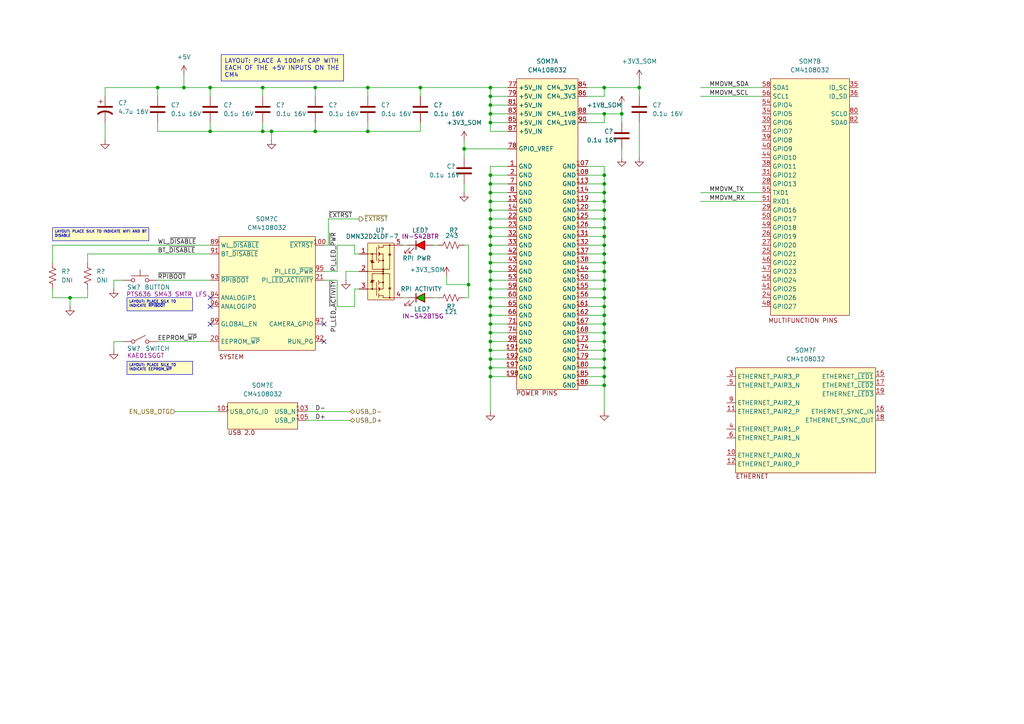
<source format=kicad_sch>
(kicad_sch
	(version 20231120)
	(generator "eeschema")
	(generator_version "8.0")
	(uuid "b37f10bd-7540-492a-a634-267b03eafc86")
	(paper "A4")
	
	(junction
		(at 175.26 55.88)
		(diameter 0)
		(color 0 0 0 0)
		(uuid "028ea704-d133-46e6-9b4f-53167c91f0b5")
	)
	(junction
		(at 121.92 25.4)
		(diameter 0)
		(color 0 0 0 0)
		(uuid "0a5b076f-4341-4a2a-a621-854b72691ac6")
	)
	(junction
		(at 142.24 104.14)
		(diameter 0)
		(color 0 0 0 0)
		(uuid "0bc3c4e9-f21e-49e7-b192-73761a9718f2")
	)
	(junction
		(at 180.34 33.02)
		(diameter 0)
		(color 0 0 0 0)
		(uuid "0d848361-6833-41ee-a46a-1906906e8f4f")
	)
	(junction
		(at 142.24 88.9)
		(diameter 0)
		(color 0 0 0 0)
		(uuid "1716eef9-4578-4fdb-93b3-a09752c1d093")
	)
	(junction
		(at 175.26 78.74)
		(diameter 0)
		(color 0 0 0 0)
		(uuid "1759a97c-4be9-406c-ae2a-2811e65b4928")
	)
	(junction
		(at 142.24 78.74)
		(diameter 0)
		(color 0 0 0 0)
		(uuid "18f44a41-9bf7-44ac-9efe-124ed12b7d52")
	)
	(junction
		(at 175.26 83.82)
		(diameter 0)
		(color 0 0 0 0)
		(uuid "1b79f9cf-60f9-4746-b7e3-c8087514569e")
	)
	(junction
		(at 45.72 25.4)
		(diameter 0)
		(color 0 0 0 0)
		(uuid "1d039500-f3b6-4add-b019-1d2608473a36")
	)
	(junction
		(at 134.62 43.18)
		(diameter 0)
		(color 0 0 0 0)
		(uuid "1e2d9618-1e5d-4554-a8a4-21e60c99b914")
	)
	(junction
		(at 175.26 111.76)
		(diameter 0)
		(color 0 0 0 0)
		(uuid "1f60e73b-fd86-480a-ae41-d4e71f1c8677")
	)
	(junction
		(at 175.26 86.36)
		(diameter 0)
		(color 0 0 0 0)
		(uuid "1fbfc498-845c-4928-b863-63305fe512ad")
	)
	(junction
		(at 78.74 38.1)
		(diameter 0)
		(color 0 0 0 0)
		(uuid "24b32349-bd59-4388-8c03-0b1f066c8261")
	)
	(junction
		(at 175.26 68.58)
		(diameter 0)
		(color 0 0 0 0)
		(uuid "2559170c-9c5b-4b9f-aa18-6426f9ad44d6")
	)
	(junction
		(at 175.26 63.5)
		(diameter 0)
		(color 0 0 0 0)
		(uuid "29a7e51e-8b4d-499a-b30c-f74beeb86431")
	)
	(junction
		(at 175.26 50.8)
		(diameter 0)
		(color 0 0 0 0)
		(uuid "32648307-5c6f-4d8a-9589-3cb334ac0ead")
	)
	(junction
		(at 142.24 71.12)
		(diameter 0)
		(color 0 0 0 0)
		(uuid "41a167e3-f4fc-4f28-9ad3-3867f3c53fbb")
	)
	(junction
		(at 175.26 66.04)
		(diameter 0)
		(color 0 0 0 0)
		(uuid "4579467d-f458-490c-807a-98da7cabf191")
	)
	(junction
		(at 142.24 30.48)
		(diameter 0)
		(color 0 0 0 0)
		(uuid "463a1259-8d4b-48b8-b8b6-af66950a986e")
	)
	(junction
		(at 142.24 109.22)
		(diameter 0)
		(color 0 0 0 0)
		(uuid "5324de43-c558-4d41-802a-a5e0d14c457e")
	)
	(junction
		(at 142.24 25.4)
		(diameter 0)
		(color 0 0 0 0)
		(uuid "555561ce-4bc7-42c1-8dd3-8aacad56b22a")
	)
	(junction
		(at 135.89 82.55)
		(diameter 0)
		(color 0 0 0 0)
		(uuid "567dbe84-ff09-45db-9f49-fbeca68ff618")
	)
	(junction
		(at 142.24 101.6)
		(diameter 0)
		(color 0 0 0 0)
		(uuid "5b6bedeb-d992-4ef4-84f3-f5ecb20ac66d")
	)
	(junction
		(at 175.26 93.98)
		(diameter 0)
		(color 0 0 0 0)
		(uuid "5db1a6db-70ea-49a8-8d47-91c1cb4e0577")
	)
	(junction
		(at 175.26 25.4)
		(diameter 0)
		(color 0 0 0 0)
		(uuid "5dbb84ab-398b-4a33-8047-592b71442673")
	)
	(junction
		(at 142.24 93.98)
		(diameter 0)
		(color 0 0 0 0)
		(uuid "6110f6d6-b344-4165-ac9d-8763763e3ce9")
	)
	(junction
		(at 142.24 27.94)
		(diameter 0)
		(color 0 0 0 0)
		(uuid "62396c8f-0b5d-483e-a602-b3ad10a45d15")
	)
	(junction
		(at 76.2 38.1)
		(diameter 0)
		(color 0 0 0 0)
		(uuid "689400cb-6e78-488a-bdae-acd1426eeca5")
	)
	(junction
		(at 142.24 58.42)
		(diameter 0)
		(color 0 0 0 0)
		(uuid "7249fecf-c29d-4d18-b7d1-f92a41b27f98")
	)
	(junction
		(at 142.24 91.44)
		(diameter 0)
		(color 0 0 0 0)
		(uuid "733e7892-eb33-4a03-8007-149f4aa41c07")
	)
	(junction
		(at 60.96 25.4)
		(diameter 0)
		(color 0 0 0 0)
		(uuid "75bc7d13-29f1-455b-b3fe-9fca32dfa92d")
	)
	(junction
		(at 175.26 99.06)
		(diameter 0)
		(color 0 0 0 0)
		(uuid "78e3d2a5-89d5-4cd0-b128-77601c7143d2")
	)
	(junction
		(at 142.24 86.36)
		(diameter 0)
		(color 0 0 0 0)
		(uuid "7a990a9f-a80e-468f-a05e-d4114a60e4fa")
	)
	(junction
		(at 175.26 81.28)
		(diameter 0)
		(color 0 0 0 0)
		(uuid "7d52ee99-e657-4955-ac24-d20a76605848")
	)
	(junction
		(at 175.26 60.96)
		(diameter 0)
		(color 0 0 0 0)
		(uuid "83e571cc-415f-495b-89be-c5bd42f9205f")
	)
	(junction
		(at 185.42 25.4)
		(diameter 0)
		(color 0 0 0 0)
		(uuid "848b0081-3e29-4f51-a8fb-60bf05567f18")
	)
	(junction
		(at 142.24 96.52)
		(diameter 0)
		(color 0 0 0 0)
		(uuid "8c3b8e52-1732-4ecb-b43c-0656e7692765")
	)
	(junction
		(at 175.26 91.44)
		(diameter 0)
		(color 0 0 0 0)
		(uuid "8cf3d48e-b68c-43a9-9900-f1f2b63ad854")
	)
	(junction
		(at 175.26 53.34)
		(diameter 0)
		(color 0 0 0 0)
		(uuid "8d26dd7a-6fe9-4f07-80a6-803b4d251dcc")
	)
	(junction
		(at 142.24 53.34)
		(diameter 0)
		(color 0 0 0 0)
		(uuid "8e4a2c2e-447c-434d-8933-886c52f6759d")
	)
	(junction
		(at 142.24 35.56)
		(diameter 0)
		(color 0 0 0 0)
		(uuid "97b60fd9-421a-4b89-8e79-1d41d3e4240b")
	)
	(junction
		(at 142.24 68.58)
		(diameter 0)
		(color 0 0 0 0)
		(uuid "99c92a62-9cd6-45e7-be9f-f61d2de94317")
	)
	(junction
		(at 175.26 58.42)
		(diameter 0)
		(color 0 0 0 0)
		(uuid "9bcd6329-a20a-4ae1-a9c5-5d3618c151dd")
	)
	(junction
		(at 175.26 104.14)
		(diameter 0)
		(color 0 0 0 0)
		(uuid "9f2061dc-a00a-476b-88a3-4279710b4ff8")
	)
	(junction
		(at 20.32 86.36)
		(diameter 0)
		(color 0 0 0 0)
		(uuid "a012c5d9-60f7-4c3b-81ba-ddbcfa3d0da7")
	)
	(junction
		(at 175.26 73.66)
		(diameter 0)
		(color 0 0 0 0)
		(uuid "a0a23a9f-a26a-488e-bf83-bd4ab3869b9f")
	)
	(junction
		(at 76.2 25.4)
		(diameter 0)
		(color 0 0 0 0)
		(uuid "a26b2f27-52f7-4260-b48d-60d2899ba088")
	)
	(junction
		(at 142.24 50.8)
		(diameter 0)
		(color 0 0 0 0)
		(uuid "a4c21ffc-0ca5-42f3-91b2-04151f47c19c")
	)
	(junction
		(at 53.34 25.4)
		(diameter 0)
		(color 0 0 0 0)
		(uuid "a979df54-8b3f-44a6-a6cc-b89abdb314c8")
	)
	(junction
		(at 175.26 88.9)
		(diameter 0)
		(color 0 0 0 0)
		(uuid "aa2d6029-1be4-4b44-982a-45883b9064e9")
	)
	(junction
		(at 91.44 38.1)
		(diameter 0)
		(color 0 0 0 0)
		(uuid "b115f3e7-0b1b-49e1-827d-d4c98cd571e6")
	)
	(junction
		(at 106.68 38.1)
		(diameter 0)
		(color 0 0 0 0)
		(uuid "b2c143ad-8ee3-441b-9d25-ee9bd5b7460a")
	)
	(junction
		(at 142.24 76.2)
		(diameter 0)
		(color 0 0 0 0)
		(uuid "b7b3a488-518f-4a72-b9e4-2d6cdf01d5cd")
	)
	(junction
		(at 175.26 71.12)
		(diameter 0)
		(color 0 0 0 0)
		(uuid "c1a08828-abfd-4148-8dc3-b3eff48caad0")
	)
	(junction
		(at 175.26 106.68)
		(diameter 0)
		(color 0 0 0 0)
		(uuid "c28f4759-fa75-46b3-9185-b132d6354a98")
	)
	(junction
		(at 175.26 109.22)
		(diameter 0)
		(color 0 0 0 0)
		(uuid "c2b7dd25-4a09-4614-905f-5f1b4a43cb31")
	)
	(junction
		(at 60.96 38.1)
		(diameter 0)
		(color 0 0 0 0)
		(uuid "c6d9ceda-e1ec-4515-bca8-9b239b1d8c05")
	)
	(junction
		(at 142.24 81.28)
		(diameter 0)
		(color 0 0 0 0)
		(uuid "ca616fb1-caf6-46cf-b802-c4be90f41f0b")
	)
	(junction
		(at 142.24 73.66)
		(diameter 0)
		(color 0 0 0 0)
		(uuid "ccb30e5f-f753-49b9-8bf3-79c5e7458a30")
	)
	(junction
		(at 175.26 33.02)
		(diameter 0)
		(color 0 0 0 0)
		(uuid "ccd95f9b-d5e3-4b55-902e-eed4429eec37")
	)
	(junction
		(at 175.26 96.52)
		(diameter 0)
		(color 0 0 0 0)
		(uuid "d0512375-f2ba-4a2b-8847-7dc04bd76ef0")
	)
	(junction
		(at 142.24 83.82)
		(diameter 0)
		(color 0 0 0 0)
		(uuid "d2913fb2-8ecb-44f1-8e41-a603fe59f82d")
	)
	(junction
		(at 142.24 33.02)
		(diameter 0)
		(color 0 0 0 0)
		(uuid "d8695a00-660f-412a-afe7-818ce1b2f503")
	)
	(junction
		(at 175.26 101.6)
		(diameter 0)
		(color 0 0 0 0)
		(uuid "dab8aab5-4ed2-494c-8854-e84560fc1d92")
	)
	(junction
		(at 142.24 66.04)
		(diameter 0)
		(color 0 0 0 0)
		(uuid "e4f494bd-358d-4651-b6aa-a82aa5470511")
	)
	(junction
		(at 106.68 25.4)
		(diameter 0)
		(color 0 0 0 0)
		(uuid "ef7a9ec3-2105-49ef-9ccb-a77262725abf")
	)
	(junction
		(at 142.24 60.96)
		(diameter 0)
		(color 0 0 0 0)
		(uuid "f324ff22-87e0-4c25-8043-11e72e071e3c")
	)
	(junction
		(at 142.24 63.5)
		(diameter 0)
		(color 0 0 0 0)
		(uuid "f4521265-6a81-4808-9ca2-dc59d120c69f")
	)
	(junction
		(at 91.44 25.4)
		(diameter 0)
		(color 0 0 0 0)
		(uuid "f76203f4-0797-4f27-9cb5-f34dfe0a6038")
	)
	(junction
		(at 142.24 55.88)
		(diameter 0)
		(color 0 0 0 0)
		(uuid "fa9ad011-67ac-488e-9001-975033152851")
	)
	(junction
		(at 142.24 99.06)
		(diameter 0)
		(color 0 0 0 0)
		(uuid "faf737b3-a760-4e29-8233-d252526d4f00")
	)
	(junction
		(at 175.26 76.2)
		(diameter 0)
		(color 0 0 0 0)
		(uuid "fd0954b9-85c5-4abe-84d3-c4f23db730ac")
	)
	(junction
		(at 142.24 106.68)
		(diameter 0)
		(color 0 0 0 0)
		(uuid "fd33150b-0b5d-40bc-b96f-c02fece37506")
	)
	(no_connect
		(at 60.96 93.98)
		(uuid "0a25d171-4a96-4a3e-bce3-6e2646343abb")
	)
	(no_connect
		(at 93.98 93.98)
		(uuid "50c3d36e-0ca5-4cd6-bca2-738d42349913")
	)
	(no_connect
		(at 93.98 99.06)
		(uuid "517c2574-63f5-4a70-89a3-d3c51e9f2d3a")
	)
	(no_connect
		(at 60.96 88.9)
		(uuid "9f85ae75-0f4b-4105-8c8c-ed66f81bfe4b")
	)
	(no_connect
		(at 60.96 86.36)
		(uuid "b6590eac-943d-4ac2-a697-fa54aabce963")
	)
	(wire
		(pts
			(xy 175.26 25.4) (xy 185.42 25.4)
		)
		(stroke
			(width 0)
			(type default)
		)
		(uuid "0172a651-7929-418d-a875-febf43495394")
	)
	(wire
		(pts
			(xy 95.25 63.5) (xy 104.14 63.5)
		)
		(stroke
			(width 0)
			(type default)
		)
		(uuid "02361759-61c6-4150-b634-9bd5ae566c79")
	)
	(wire
		(pts
			(xy 175.26 104.14) (xy 175.26 106.68)
		)
		(stroke
			(width 0)
			(type default)
		)
		(uuid "02b8a387-9085-48ef-ba53-5ef17ffffce7")
	)
	(wire
		(pts
			(xy 135.89 82.55) (xy 135.89 86.36)
		)
		(stroke
			(width 0)
			(type default)
		)
		(uuid "073c747e-bf1f-49d8-8751-5d84da9f1f8f")
	)
	(wire
		(pts
			(xy 142.24 101.6) (xy 142.24 104.14)
		)
		(stroke
			(width 0)
			(type default)
		)
		(uuid "0873a29d-0bc6-40a6-b4b4-8aa5de72926c")
	)
	(wire
		(pts
			(xy 142.24 81.28) (xy 147.32 81.28)
		)
		(stroke
			(width 0)
			(type default)
		)
		(uuid "08eeb045-98e0-43fa-875e-c388bfbef003")
	)
	(wire
		(pts
			(xy 175.26 53.34) (xy 175.26 55.88)
		)
		(stroke
			(width 0)
			(type default)
		)
		(uuid "09557ff8-35df-4d46-96a8-a9f1437863b8")
	)
	(wire
		(pts
			(xy 142.24 58.42) (xy 147.32 58.42)
		)
		(stroke
			(width 0)
			(type default)
		)
		(uuid "096a364a-e645-4779-ac99-c2fbc2e867cd")
	)
	(wire
		(pts
			(xy 170.18 55.88) (xy 175.26 55.88)
		)
		(stroke
			(width 0)
			(type default)
		)
		(uuid "0a979a84-7736-4905-8013-176b203b0376")
	)
	(wire
		(pts
			(xy 142.24 91.44) (xy 142.24 93.98)
		)
		(stroke
			(width 0)
			(type default)
		)
		(uuid "0b81c6dc-b687-47cd-b938-0815f6569315")
	)
	(wire
		(pts
			(xy 106.68 25.4) (xy 121.92 25.4)
		)
		(stroke
			(width 0)
			(type default)
		)
		(uuid "0f3b4f3e-8b90-49f0-a6bb-fd806ab03087")
	)
	(wire
		(pts
			(xy 134.62 53.34) (xy 134.62 55.88)
		)
		(stroke
			(width 0)
			(type default)
		)
		(uuid "1069a454-467b-45f9-bf39-d13d50575de2")
	)
	(wire
		(pts
			(xy 175.26 93.98) (xy 175.26 96.52)
		)
		(stroke
			(width 0)
			(type default)
		)
		(uuid "10aedba1-c52c-4238-8368-23cb71827ca8")
	)
	(wire
		(pts
			(xy 88.9 121.92) (xy 101.6 121.92)
		)
		(stroke
			(width 0)
			(type default)
		)
		(uuid "1127f9a5-cb85-452b-859c-989a238b6f0e")
	)
	(wire
		(pts
			(xy 60.96 35.56) (xy 60.96 38.1)
		)
		(stroke
			(width 0)
			(type default)
		)
		(uuid "125ec75e-98bc-4887-a9ae-95ba92eb78c8")
	)
	(wire
		(pts
			(xy 76.2 25.4) (xy 91.44 25.4)
		)
		(stroke
			(width 0)
			(type default)
		)
		(uuid "126c5439-5785-4323-886a-730df0656272")
	)
	(wire
		(pts
			(xy 175.26 25.4) (xy 175.26 27.94)
		)
		(stroke
			(width 0)
			(type default)
		)
		(uuid "136396a4-f2af-4f2d-8c88-112bef388fac")
	)
	(wire
		(pts
			(xy 142.24 60.96) (xy 142.24 63.5)
		)
		(stroke
			(width 0)
			(type default)
		)
		(uuid "14861d19-6fc6-49e7-9cc9-7ba9a5b96372")
	)
	(wire
		(pts
			(xy 95.25 71.12) (xy 95.25 63.5)
		)
		(stroke
			(width 0)
			(type default)
		)
		(uuid "1852dedf-0f25-4b5f-a409-f375baf3515d")
	)
	(wire
		(pts
			(xy 135.89 71.12) (xy 135.89 82.55)
		)
		(stroke
			(width 0)
			(type default)
		)
		(uuid "1b2df9ef-ade5-4703-84f5-1907774080c7")
	)
	(wire
		(pts
			(xy 20.32 86.36) (xy 25.4 86.36)
		)
		(stroke
			(width 0)
			(type default)
		)
		(uuid "1d1fc74e-9cbb-4230-b4e3-4754b881318e")
	)
	(wire
		(pts
			(xy 97.79 88.9) (xy 97.79 81.28)
		)
		(stroke
			(width 0)
			(type default)
		)
		(uuid "1d54cfcd-3493-47d2-a5f6-5c8ca179123f")
	)
	(wire
		(pts
			(xy 175.26 50.8) (xy 175.26 53.34)
		)
		(stroke
			(width 0)
			(type default)
		)
		(uuid "1eb78fa2-fde2-4792-bd02-fc84d10e053e")
	)
	(wire
		(pts
			(xy 142.24 35.56) (xy 142.24 38.1)
		)
		(stroke
			(width 0)
			(type default)
		)
		(uuid "1f974e25-e22d-4d8b-99f6-49a4151a97be")
	)
	(wire
		(pts
			(xy 175.26 73.66) (xy 175.26 76.2)
		)
		(stroke
			(width 0)
			(type default)
		)
		(uuid "207b5c72-033c-4812-9f64-a80841f29802")
	)
	(wire
		(pts
			(xy 203.2 58.42) (xy 220.98 58.42)
		)
		(stroke
			(width 0)
			(type default)
		)
		(uuid "20806e11-0eed-42f5-ac5a-8a4e7c47aa0b")
	)
	(wire
		(pts
			(xy 175.26 88.9) (xy 175.26 91.44)
		)
		(stroke
			(width 0)
			(type default)
		)
		(uuid "20c230a5-bd32-453b-b323-dbc8ee7c6642")
	)
	(wire
		(pts
			(xy 30.48 27.94) (xy 30.48 25.4)
		)
		(stroke
			(width 0)
			(type default)
		)
		(uuid "233121a5-e517-4374-8829-0a6586a7585a")
	)
	(wire
		(pts
			(xy 88.9 119.38) (xy 101.6 119.38)
		)
		(stroke
			(width 0)
			(type default)
		)
		(uuid "2367f202-8ba4-447c-b0f8-2166b2d4ad17")
	)
	(wire
		(pts
			(xy 142.24 60.96) (xy 147.32 60.96)
		)
		(stroke
			(width 0)
			(type default)
		)
		(uuid "25de97c5-f25f-40e3-a4af-6cf392608824")
	)
	(wire
		(pts
			(xy 175.26 109.22) (xy 175.26 111.76)
		)
		(stroke
			(width 0)
			(type default)
		)
		(uuid "2713fbea-621d-4b12-973b-1929e0339666")
	)
	(wire
		(pts
			(xy 170.18 106.68) (xy 175.26 106.68)
		)
		(stroke
			(width 0)
			(type default)
		)
		(uuid "277f50eb-1d62-4687-95a3-a6ae72ac8ee3")
	)
	(wire
		(pts
			(xy 142.24 96.52) (xy 147.32 96.52)
		)
		(stroke
			(width 0)
			(type default)
		)
		(uuid "27e1d90c-6345-43c6-b9d0-f2817df4c921")
	)
	(wire
		(pts
			(xy 142.24 81.28) (xy 142.24 83.82)
		)
		(stroke
			(width 0)
			(type default)
		)
		(uuid "280f8f37-09aa-4671-b02e-d347265186d4")
	)
	(wire
		(pts
			(xy 142.24 55.88) (xy 142.24 58.42)
		)
		(stroke
			(width 0)
			(type default)
		)
		(uuid "2887b49d-8b44-4bcb-a999-90a390e551d1")
	)
	(wire
		(pts
			(xy 142.24 106.68) (xy 147.32 106.68)
		)
		(stroke
			(width 0)
			(type default)
		)
		(uuid "2927c4a7-e49e-4a2b-93f8-8b22a3bc8c6f")
	)
	(wire
		(pts
			(xy 60.96 38.1) (xy 76.2 38.1)
		)
		(stroke
			(width 0)
			(type default)
		)
		(uuid "2a9943a9-bcae-4dec-9da5-24d1385e3020")
	)
	(wire
		(pts
			(xy 142.24 88.9) (xy 147.32 88.9)
		)
		(stroke
			(width 0)
			(type default)
		)
		(uuid "2c438082-8ae9-4b05-9250-0bcb17fb7234")
	)
	(wire
		(pts
			(xy 175.26 33.02) (xy 175.26 35.56)
		)
		(stroke
			(width 0)
			(type default)
		)
		(uuid "2eb51bc3-24f9-4458-8e0d-1b0d36599654")
	)
	(wire
		(pts
			(xy 33.02 81.28) (xy 35.56 81.28)
		)
		(stroke
			(width 0)
			(type default)
		)
		(uuid "2f7ffd91-d100-4c28-8dc6-7f32b6272d5b")
	)
	(wire
		(pts
			(xy 142.24 66.04) (xy 142.24 68.58)
		)
		(stroke
			(width 0)
			(type default)
		)
		(uuid "301543c0-25ca-457f-bec3-90215911b88f")
	)
	(wire
		(pts
			(xy 25.4 83.82) (xy 25.4 86.36)
		)
		(stroke
			(width 0)
			(type default)
		)
		(uuid "3280a022-3637-42e7-8618-908f4127d853")
	)
	(wire
		(pts
			(xy 45.72 81.28) (xy 60.96 81.28)
		)
		(stroke
			(width 0)
			(type default)
		)
		(uuid "333b3829-8340-400e-a8fe-e10bf3fe75c6")
	)
	(wire
		(pts
			(xy 203.2 55.88) (xy 220.98 55.88)
		)
		(stroke
			(width 0)
			(type default)
		)
		(uuid "3386e2c7-23af-4d8a-a681-4ec2d207bebc")
	)
	(wire
		(pts
			(xy 142.24 106.68) (xy 142.24 109.22)
		)
		(stroke
			(width 0)
			(type default)
		)
		(uuid "3493fc9a-f76f-4637-adea-39d478b455b8")
	)
	(wire
		(pts
			(xy 78.74 38.1) (xy 78.74 40.64)
		)
		(stroke
			(width 0)
			(type default)
		)
		(uuid "36c2b556-fd4e-4de6-b7bb-2562f351735e")
	)
	(wire
		(pts
			(xy 134.62 40.64) (xy 134.62 43.18)
		)
		(stroke
			(width 0)
			(type default)
		)
		(uuid "36f7d967-f56c-4ad7-a3b2-be8c5adc6cc9")
	)
	(wire
		(pts
			(xy 175.26 58.42) (xy 175.26 60.96)
		)
		(stroke
			(width 0)
			(type default)
		)
		(uuid "373ace7e-dfa1-4d72-ad8c-f33e4ae2f18e")
	)
	(wire
		(pts
			(xy 60.96 25.4) (xy 60.96 27.94)
		)
		(stroke
			(width 0)
			(type default)
		)
		(uuid "384f5c1c-eb08-4745-975c-4d9242b74781")
	)
	(wire
		(pts
			(xy 142.24 50.8) (xy 147.32 50.8)
		)
		(stroke
			(width 0)
			(type default)
		)
		(uuid "38d7b31c-fcd3-4b8f-8af7-0ef21593aeca")
	)
	(wire
		(pts
			(xy 91.44 25.4) (xy 106.68 25.4)
		)
		(stroke
			(width 0)
			(type default)
		)
		(uuid "39fab9e7-2e87-4c9e-bb3d-7e8bca714779")
	)
	(wire
		(pts
			(xy 142.24 93.98) (xy 147.32 93.98)
		)
		(stroke
			(width 0)
			(type default)
		)
		(uuid "3a3f9107-69a0-401d-af72-38f3b1d3aecb")
	)
	(wire
		(pts
			(xy 33.02 99.06) (xy 33.02 101.6)
		)
		(stroke
			(width 0)
			(type default)
		)
		(uuid "3b279a55-a97b-444f-a241-3aa452a8377a")
	)
	(wire
		(pts
			(xy 102.87 71.12) (xy 102.87 73.66)
		)
		(stroke
			(width 0)
			(type default)
		)
		(uuid "3cc61111-eec4-4eb9-8a3b-f4424715dfb6")
	)
	(wire
		(pts
			(xy 142.24 99.06) (xy 142.24 101.6)
		)
		(stroke
			(width 0)
			(type default)
		)
		(uuid "3eb8530d-1650-4948-9e40-299bfe71f9fe")
	)
	(wire
		(pts
			(xy 45.72 27.94) (xy 45.72 25.4)
		)
		(stroke
			(width 0)
			(type default)
		)
		(uuid "41a21936-27e8-41a9-b149-efba595df268")
	)
	(wire
		(pts
			(xy 25.4 73.66) (xy 60.96 73.66)
		)
		(stroke
			(width 0)
			(type default)
		)
		(uuid "41daeb09-1bfa-4b73-9451-dcfc14e37c28")
	)
	(wire
		(pts
			(xy 175.26 83.82) (xy 175.26 86.36)
		)
		(stroke
			(width 0)
			(type default)
		)
		(uuid "4228d977-63ee-460c-83fb-f754378c0608")
	)
	(wire
		(pts
			(xy 142.24 58.42) (xy 142.24 60.96)
		)
		(stroke
			(width 0)
			(type default)
		)
		(uuid "442eca7c-417b-4f9e-9ca8-32004b0b20cf")
	)
	(wire
		(pts
			(xy 142.24 83.82) (xy 147.32 83.82)
		)
		(stroke
			(width 0)
			(type default)
		)
		(uuid "45a4c80c-3d7b-4e34-aa80-5acae21e8d7f")
	)
	(wire
		(pts
			(xy 175.26 71.12) (xy 175.26 73.66)
		)
		(stroke
			(width 0)
			(type default)
		)
		(uuid "4645a8fb-7a01-4292-8d3a-7b84c1af999d")
	)
	(wire
		(pts
			(xy 142.24 30.48) (xy 147.32 30.48)
		)
		(stroke
			(width 0)
			(type default)
		)
		(uuid "476f8c0e-131c-4daa-a80c-c4cc823d8789")
	)
	(wire
		(pts
			(xy 175.26 68.58) (xy 175.26 71.12)
		)
		(stroke
			(width 0)
			(type default)
		)
		(uuid "486849ec-68a0-4b73-8224-b39f527b9215")
	)
	(wire
		(pts
			(xy 121.92 35.56) (xy 121.92 38.1)
		)
		(stroke
			(width 0)
			(type default)
		)
		(uuid "48d9c00a-4c03-47f2-a365-e8eaa8bf36f7")
	)
	(wire
		(pts
			(xy 175.26 63.5) (xy 175.26 66.04)
		)
		(stroke
			(width 0)
			(type default)
		)
		(uuid "49abcf6b-4ded-4cdc-a98e-89d61706abd8")
	)
	(wire
		(pts
			(xy 170.18 78.74) (xy 175.26 78.74)
		)
		(stroke
			(width 0)
			(type default)
		)
		(uuid "4eef9d44-2bcf-45d6-a25d-be68889037b5")
	)
	(wire
		(pts
			(xy 175.26 96.52) (xy 175.26 99.06)
		)
		(stroke
			(width 0)
			(type default)
		)
		(uuid "50eab833-2f31-4dbf-81b4-e5c7c7090570")
	)
	(wire
		(pts
			(xy 134.62 43.18) (xy 134.62 45.72)
		)
		(stroke
			(width 0)
			(type default)
		)
		(uuid "521b2e82-0292-4353-b1d7-427715e2fd70")
	)
	(wire
		(pts
			(xy 147.32 25.4) (xy 142.24 25.4)
		)
		(stroke
			(width 0)
			(type default)
		)
		(uuid "54bdad2d-416d-4166-a6a2-f6a624a3789e")
	)
	(wire
		(pts
			(xy 116.84 71.12) (xy 118.11 71.12)
		)
		(stroke
			(width 0)
			(type default)
		)
		(uuid "56f07ada-8ddd-4096-b86b-2bd27c6b2108")
	)
	(wire
		(pts
			(xy 142.24 27.94) (xy 142.24 30.48)
		)
		(stroke
			(width 0)
			(type default)
		)
		(uuid "580f2e70-cc69-4090-b221-3c4d00c2861c")
	)
	(wire
		(pts
			(xy 142.24 104.14) (xy 147.32 104.14)
		)
		(stroke
			(width 0)
			(type default)
		)
		(uuid "5861305d-5a01-4317-a045-39a165cc3c45")
	)
	(wire
		(pts
			(xy 91.44 25.4) (xy 91.44 27.94)
		)
		(stroke
			(width 0)
			(type default)
		)
		(uuid "5ab00816-630c-48e8-87e2-53301cebe421")
	)
	(wire
		(pts
			(xy 125.73 71.12) (xy 127 71.12)
		)
		(stroke
			(width 0)
			(type default)
		)
		(uuid "5b31ebc2-1603-46df-8e1a-91f896a0678a")
	)
	(wire
		(pts
			(xy 33.02 83.82) (xy 33.02 81.28)
		)
		(stroke
			(width 0)
			(type default)
		)
		(uuid "5d9e45b0-a427-4888-a528-429941d4c564")
	)
	(wire
		(pts
			(xy 142.24 38.1) (xy 147.32 38.1)
		)
		(stroke
			(width 0)
			(type default)
		)
		(uuid "6129cf39-ed55-419c-b85e-940a8b46422b")
	)
	(wire
		(pts
			(xy 76.2 25.4) (xy 76.2 27.94)
		)
		(stroke
			(width 0)
			(type default)
		)
		(uuid "628d9389-b311-4583-a978-082d4ac13735")
	)
	(wire
		(pts
			(xy 175.26 86.36) (xy 175.26 88.9)
		)
		(stroke
			(width 0)
			(type default)
		)
		(uuid "635ed7a0-ac49-4bfb-addc-5a389e222322")
	)
	(wire
		(pts
			(xy 170.18 63.5) (xy 175.26 63.5)
		)
		(stroke
			(width 0)
			(type default)
		)
		(uuid "636e71f9-353f-44bc-b436-eeb47952e46f")
	)
	(wire
		(pts
			(xy 180.34 33.02) (xy 180.34 35.56)
		)
		(stroke
			(width 0)
			(type default)
		)
		(uuid "636e88a2-fe56-432e-8c39-9069d92fcb23")
	)
	(wire
		(pts
			(xy 102.87 83.82) (xy 102.87 88.9)
		)
		(stroke
			(width 0)
			(type default)
		)
		(uuid "64008bbe-e092-4778-bd84-499e055efe6e")
	)
	(wire
		(pts
			(xy 106.68 35.56) (xy 106.68 38.1)
		)
		(stroke
			(width 0)
			(type default)
		)
		(uuid "64d83686-5f79-4697-b123-e93c8c22d55f")
	)
	(wire
		(pts
			(xy 170.18 33.02) (xy 175.26 33.02)
		)
		(stroke
			(width 0)
			(type default)
		)
		(uuid "66388b85-f5dd-4e09-9769-5bad3b3d2a25")
	)
	(wire
		(pts
			(xy 175.26 91.44) (xy 175.26 93.98)
		)
		(stroke
			(width 0)
			(type default)
		)
		(uuid "66a9ad3a-0b87-463b-9679-60b996d29026")
	)
	(wire
		(pts
			(xy 142.24 86.36) (xy 147.32 86.36)
		)
		(stroke
			(width 0)
			(type default)
		)
		(uuid "670d215a-7ea0-44af-b0d5-10ddb33d525a")
	)
	(wire
		(pts
			(xy 142.24 50.8) (xy 142.24 53.34)
		)
		(stroke
			(width 0)
			(type default)
		)
		(uuid "671870b4-7bf1-4db5-87c5-2b286c1829b8")
	)
	(wire
		(pts
			(xy 142.24 104.14) (xy 142.24 106.68)
		)
		(stroke
			(width 0)
			(type default)
		)
		(uuid "67c7ada2-e65e-4f64-9b5d-dddba3ce68b6")
	)
	(wire
		(pts
			(xy 170.18 101.6) (xy 175.26 101.6)
		)
		(stroke
			(width 0)
			(type default)
		)
		(uuid "69a758dc-d5fd-4993-b71c-0906bb089b92")
	)
	(wire
		(pts
			(xy 102.87 73.66) (xy 104.14 73.66)
		)
		(stroke
			(width 0)
			(type default)
		)
		(uuid "6e004252-12b4-4e54-a3d7-dad53ff3b004")
	)
	(wire
		(pts
			(xy 45.72 35.56) (xy 45.72 38.1)
		)
		(stroke
			(width 0)
			(type default)
		)
		(uuid "6f30183d-b891-47da-ac8a-78ca1c202ff4")
	)
	(wire
		(pts
			(xy 175.26 81.28) (xy 175.26 83.82)
		)
		(stroke
			(width 0)
			(type default)
		)
		(uuid "6fe6f8fe-571b-492c-8e96-9dd13f62bbd2")
	)
	(wire
		(pts
			(xy 180.34 30.48) (xy 180.34 33.02)
		)
		(stroke
			(width 0)
			(type default)
		)
		(uuid "70b4ed73-c118-48be-ad56-aed7faa66393")
	)
	(wire
		(pts
			(xy 15.24 76.2) (xy 15.24 71.12)
		)
		(stroke
			(width 0)
			(type default)
		)
		(uuid "70d2ffd9-6cc3-437a-8ba0-8316133cbfdb")
	)
	(wire
		(pts
			(xy 142.24 73.66) (xy 142.24 76.2)
		)
		(stroke
			(width 0)
			(type default)
		)
		(uuid "71f98cbe-572c-45c6-a01b-b166e71cfb22")
	)
	(wire
		(pts
			(xy 170.18 27.94) (xy 175.26 27.94)
		)
		(stroke
			(width 0)
			(type default)
		)
		(uuid "72b6307d-c9d9-4f8a-9b1d-be646a4b6999")
	)
	(wire
		(pts
			(xy 116.84 86.36) (xy 118.11 86.36)
		)
		(stroke
			(width 0)
			(type default)
		)
		(uuid "767a6793-7978-48c6-944d-fc246847d52f")
	)
	(wire
		(pts
			(xy 15.24 71.12) (xy 60.96 71.12)
		)
		(stroke
			(width 0)
			(type default)
		)
		(uuid "787e10fb-99cb-4bde-921e-575e2d022e22")
	)
	(wire
		(pts
			(xy 170.18 71.12) (xy 175.26 71.12)
		)
		(stroke
			(width 0)
			(type default)
		)
		(uuid "7a01cccb-8e01-4766-abf0-bb4a846f60d4")
	)
	(wire
		(pts
			(xy 142.24 66.04) (xy 147.32 66.04)
		)
		(stroke
			(width 0)
			(type default)
		)
		(uuid "7b0b3190-a59c-4bc9-8c21-b29fe45c5208")
	)
	(wire
		(pts
			(xy 170.18 93.98) (xy 175.26 93.98)
		)
		(stroke
			(width 0)
			(type default)
		)
		(uuid "7d254a75-7ff8-42dd-be8d-79cf5f2571b3")
	)
	(wire
		(pts
			(xy 76.2 35.56) (xy 76.2 38.1)
		)
		(stroke
			(width 0)
			(type default)
		)
		(uuid "7d85c8fb-1f7e-482f-ba2d-e347e9bbb746")
	)
	(wire
		(pts
			(xy 76.2 38.1) (xy 78.74 38.1)
		)
		(stroke
			(width 0)
			(type default)
		)
		(uuid "7dbf18d6-dd30-48c4-ae4b-a6dffce60849")
	)
	(wire
		(pts
			(xy 106.68 38.1) (xy 121.92 38.1)
		)
		(stroke
			(width 0)
			(type default)
		)
		(uuid "7e1a2ab5-b7b2-4f7f-911c-be10a0b1d849")
	)
	(wire
		(pts
			(xy 170.18 86.36) (xy 175.26 86.36)
		)
		(stroke
			(width 0)
			(type default)
		)
		(uuid "7eead7d4-bfe0-4699-96b2-82d63a9d4452")
	)
	(wire
		(pts
			(xy 203.2 27.94) (xy 220.98 27.94)
		)
		(stroke
			(width 0)
			(type default)
		)
		(uuid "7eec4cef-d720-46da-bf0d-379ba65b49c6")
	)
	(wire
		(pts
			(xy 170.18 50.8) (xy 175.26 50.8)
		)
		(stroke
			(width 0)
			(type default)
		)
		(uuid "7f0d7b17-4f7b-4976-bd32-174bf9ce2837")
	)
	(wire
		(pts
			(xy 175.26 48.26) (xy 175.26 50.8)
		)
		(stroke
			(width 0)
			(type default)
		)
		(uuid "7f359b23-be9d-4044-8f67-20344e99199f")
	)
	(wire
		(pts
			(xy 175.26 78.74) (xy 175.26 81.28)
		)
		(stroke
			(width 0)
			(type default)
		)
		(uuid "7f6c9ff3-4d1a-45d9-9412-26428d0333ec")
	)
	(wire
		(pts
			(xy 142.24 71.12) (xy 142.24 73.66)
		)
		(stroke
			(width 0)
			(type default)
		)
		(uuid "816369eb-b7ee-4d06-aba3-dabae7c7d62c")
	)
	(wire
		(pts
			(xy 170.18 91.44) (xy 175.26 91.44)
		)
		(stroke
			(width 0)
			(type default)
		)
		(uuid "8280ab6f-8d46-45ee-97ed-fe57f1bb4250")
	)
	(wire
		(pts
			(xy 106.68 25.4) (xy 106.68 27.94)
		)
		(stroke
			(width 0)
			(type default)
		)
		(uuid "83b55d36-0251-4444-95f6-9943f9c60e27")
	)
	(wire
		(pts
			(xy 142.24 53.34) (xy 147.32 53.34)
		)
		(stroke
			(width 0)
			(type default)
		)
		(uuid "8436fa16-d30a-48b6-9e47-5e381c44b1db")
	)
	(wire
		(pts
			(xy 102.87 88.9) (xy 97.79 88.9)
		)
		(stroke
			(width 0)
			(type default)
		)
		(uuid "8655cb17-0b9c-4342-9b4a-aaede04736f4")
	)
	(wire
		(pts
			(xy 170.18 25.4) (xy 175.26 25.4)
		)
		(stroke
			(width 0)
			(type default)
		)
		(uuid "8ae422e4-7b7c-47a5-aa91-714990b411a5")
	)
	(wire
		(pts
			(xy 175.26 106.68) (xy 175.26 109.22)
		)
		(stroke
			(width 0)
			(type default)
		)
		(uuid "8c2803b9-bb3f-46ba-b1b3-9f02a9275884")
	)
	(wire
		(pts
			(xy 142.24 78.74) (xy 147.32 78.74)
		)
		(stroke
			(width 0)
			(type default)
		)
		(uuid "8c75c38d-71ec-474e-8973-2ea157a5be1a")
	)
	(wire
		(pts
			(xy 170.18 96.52) (xy 175.26 96.52)
		)
		(stroke
			(width 0)
			(type default)
		)
		(uuid "8cdf350a-8307-4959-9bf0-6453f592c094")
	)
	(wire
		(pts
			(xy 170.18 66.04) (xy 175.26 66.04)
		)
		(stroke
			(width 0)
			(type default)
		)
		(uuid "8fd2e2f9-811c-4535-bfd4-a68a17bc0536")
	)
	(wire
		(pts
			(xy 142.24 96.52) (xy 142.24 99.06)
		)
		(stroke
			(width 0)
			(type default)
		)
		(uuid "92ed0802-b678-452f-991e-f2ac3df686ad")
	)
	(wire
		(pts
			(xy 142.24 33.02) (xy 147.32 33.02)
		)
		(stroke
			(width 0)
			(type default)
		)
		(uuid "936aee9c-980f-4f50-94bf-0fbddd736f5a")
	)
	(wire
		(pts
			(xy 142.24 63.5) (xy 147.32 63.5)
		)
		(stroke
			(width 0)
			(type default)
		)
		(uuid "95a07408-2cb4-4f32-a2f3-7114256e2de5")
	)
	(wire
		(pts
			(xy 170.18 81.28) (xy 175.26 81.28)
		)
		(stroke
			(width 0)
			(type default)
		)
		(uuid "96b22307-680f-4add-8c9c-32454ea76aaa")
	)
	(wire
		(pts
			(xy 203.2 25.4) (xy 220.98 25.4)
		)
		(stroke
			(width 0)
			(type default)
		)
		(uuid "96ce2c8d-e79a-4286-bea2-b451374b793a")
	)
	(wire
		(pts
			(xy 91.44 38.1) (xy 106.68 38.1)
		)
		(stroke
			(width 0)
			(type default)
		)
		(uuid "975db04a-4082-430c-9fcc-ecb2a9b74bae")
	)
	(wire
		(pts
			(xy 170.18 111.76) (xy 175.26 111.76)
		)
		(stroke
			(width 0)
			(type default)
		)
		(uuid "98bdc973-8d63-45db-befc-ac4ddf1f4d39")
	)
	(wire
		(pts
			(xy 102.87 71.12) (xy 97.79 71.12)
		)
		(stroke
			(width 0)
			(type default)
		)
		(uuid "994e4752-67b4-4c21-b965-e3d8c3d01b90")
	)
	(wire
		(pts
			(xy 142.24 71.12) (xy 147.32 71.12)
		)
		(stroke
			(width 0)
			(type default)
		)
		(uuid "9b13d8e6-8c5b-41c4-8295-bb54a5b050f4")
	)
	(wire
		(pts
			(xy 45.72 99.06) (xy 60.96 99.06)
		)
		(stroke
			(width 0)
			(type default)
		)
		(uuid "9bd2eabc-fd41-4d0c-98e9-9febc357eb2a")
	)
	(wire
		(pts
			(xy 142.24 33.02) (xy 142.24 35.56)
		)
		(stroke
			(width 0)
			(type default)
		)
		(uuid "9e70e501-a181-44f4-a1ce-bc83c2475e33")
	)
	(wire
		(pts
			(xy 142.24 91.44) (xy 147.32 91.44)
		)
		(stroke
			(width 0)
			(type default)
		)
		(uuid "a3539c25-0692-460a-be34-dfb1080106a8")
	)
	(wire
		(pts
			(xy 45.72 38.1) (xy 60.96 38.1)
		)
		(stroke
			(width 0)
			(type default)
		)
		(uuid "a38cee25-df4a-41a6-a3f4-e0adedec504f")
	)
	(wire
		(pts
			(xy 175.26 60.96) (xy 175.26 63.5)
		)
		(stroke
			(width 0)
			(type default)
		)
		(uuid "a4afffce-756b-49b2-8281-62c0e26cb016")
	)
	(wire
		(pts
			(xy 142.24 68.58) (xy 142.24 71.12)
		)
		(stroke
			(width 0)
			(type default)
		)
		(uuid "a5bc1428-a907-4929-9160-ee998f3a5d19")
	)
	(wire
		(pts
			(xy 97.79 71.12) (xy 97.79 78.74)
		)
		(stroke
			(width 0)
			(type default)
		)
		(uuid "a5e93438-7d0b-456e-93ec-7110af9eec51")
	)
	(wire
		(pts
			(xy 142.24 53.34) (xy 142.24 55.88)
		)
		(stroke
			(width 0)
			(type default)
		)
		(uuid "a5edbde5-8f5b-4620-a6f3-22aa226ba878")
	)
	(wire
		(pts
			(xy 175.26 99.06) (xy 175.26 101.6)
		)
		(stroke
			(width 0)
			(type default)
		)
		(uuid "a8429375-0190-4b89-a4bf-7a80d268818a")
	)
	(wire
		(pts
			(xy 142.24 101.6) (xy 147.32 101.6)
		)
		(stroke
			(width 0)
			(type default)
		)
		(uuid "aa379703-3579-4bf1-87ad-08acb1b26469")
	)
	(wire
		(pts
			(xy 93.98 81.28) (xy 97.79 81.28)
		)
		(stroke
			(width 0)
			(type default)
		)
		(uuid "aa8f632e-5734-488b-a922-9d032f5a77f9")
	)
	(wire
		(pts
			(xy 100.33 78.74) (xy 100.33 81.28)
		)
		(stroke
			(width 0)
			(type default)
		)
		(uuid "ac7a86c8-8139-4bc3-86b7-37c0eb6361db")
	)
	(wire
		(pts
			(xy 175.26 66.04) (xy 175.26 68.58)
		)
		(stroke
			(width 0)
			(type default)
		)
		(uuid "acbed05a-1327-45a3-a367-a5ac6f4fd26e")
	)
	(wire
		(pts
			(xy 142.24 78.74) (xy 142.24 81.28)
		)
		(stroke
			(width 0)
			(type default)
		)
		(uuid "aede39cb-2124-49b6-8cc4-9e11db848702")
	)
	(wire
		(pts
			(xy 147.32 48.26) (xy 142.24 48.26)
		)
		(stroke
			(width 0)
			(type default)
		)
		(uuid "af22d97a-a8ad-4ce9-bdca-c8ac22a0ed38")
	)
	(wire
		(pts
			(xy 142.24 55.88) (xy 147.32 55.88)
		)
		(stroke
			(width 0)
			(type default)
		)
		(uuid "b03a01ef-ffd4-4b93-9d3f-b10482142439")
	)
	(wire
		(pts
			(xy 142.24 88.9) (xy 142.24 91.44)
		)
		(stroke
			(width 0)
			(type default)
		)
		(uuid "b1bb330f-1775-4380-a23f-8218de8f523e")
	)
	(wire
		(pts
			(xy 142.24 93.98) (xy 142.24 96.52)
		)
		(stroke
			(width 0)
			(type default)
		)
		(uuid "b35fd8c7-ca3f-49e0-9ea1-aa748ae02838")
	)
	(wire
		(pts
			(xy 170.18 48.26) (xy 175.26 48.26)
		)
		(stroke
			(width 0)
			(type default)
		)
		(uuid "b48b95a0-2b24-4dbe-9fec-507f56d37b32")
	)
	(wire
		(pts
			(xy 142.24 99.06) (xy 147.32 99.06)
		)
		(stroke
			(width 0)
			(type default)
		)
		(uuid "b5175b44-7d39-4a8a-b66c-a61c2d028c87")
	)
	(wire
		(pts
			(xy 142.24 30.48) (xy 142.24 33.02)
		)
		(stroke
			(width 0)
			(type default)
		)
		(uuid "b578e79e-7baf-4080-9675-7b49ff8bd317")
	)
	(wire
		(pts
			(xy 170.18 83.82) (xy 175.26 83.82)
		)
		(stroke
			(width 0)
			(type default)
		)
		(uuid "b5e51500-dd88-4628-8ed3-84e0586a2e18")
	)
	(wire
		(pts
			(xy 170.18 99.06) (xy 175.26 99.06)
		)
		(stroke
			(width 0)
			(type default)
		)
		(uuid "b63f5294-f4c5-46ed-bf81-f85e0f1e3130")
	)
	(wire
		(pts
			(xy 175.26 101.6) (xy 175.26 104.14)
		)
		(stroke
			(width 0)
			(type default)
		)
		(uuid "b84a7247-2166-4c8a-a075-6b58d596eb8d")
	)
	(wire
		(pts
			(xy 53.34 25.4) (xy 60.96 25.4)
		)
		(stroke
			(width 0)
			(type default)
		)
		(uuid "bcd1eb4e-5b34-415a-824a-dcc5e1b7b210")
	)
	(wire
		(pts
			(xy 175.26 111.76) (xy 175.26 119.38)
		)
		(stroke
			(width 0)
			(type default)
		)
		(uuid "bd3742c5-8842-4dcb-ba42-e5126893503f")
	)
	(wire
		(pts
			(xy 142.24 86.36) (xy 142.24 88.9)
		)
		(stroke
			(width 0)
			(type default)
		)
		(uuid "be222a3c-7823-4a76-864a-a635ebc47a08")
	)
	(wire
		(pts
			(xy 180.34 43.18) (xy 180.34 45.72)
		)
		(stroke
			(width 0)
			(type default)
		)
		(uuid "be24b87b-5365-4fba-80c2-10f2d05ccf94")
	)
	(wire
		(pts
			(xy 170.18 68.58) (xy 175.26 68.58)
		)
		(stroke
			(width 0)
			(type default)
		)
		(uuid "c0fabd2a-17a6-425c-acde-300e725b9af7")
	)
	(wire
		(pts
			(xy 175.26 55.88) (xy 175.26 58.42)
		)
		(stroke
			(width 0)
			(type default)
		)
		(uuid "c241a367-05c4-4c85-99c2-fa6ac5ae1beb")
	)
	(wire
		(pts
			(xy 142.24 109.22) (xy 142.24 119.38)
		)
		(stroke
			(width 0)
			(type default)
		)
		(uuid "c25ef07d-e363-44de-b2e2-995d727ba5e1")
	)
	(wire
		(pts
			(xy 170.18 53.34) (xy 175.26 53.34)
		)
		(stroke
			(width 0)
			(type default)
		)
		(uuid "c503e909-10be-46b7-95c9-bc25351cd2a3")
	)
	(wire
		(pts
			(xy 45.72 25.4) (xy 53.34 25.4)
		)
		(stroke
			(width 0)
			(type default)
		)
		(uuid "c6300d85-15b6-4745-a32b-5b49f0a2274d")
	)
	(wire
		(pts
			(xy 170.18 73.66) (xy 175.26 73.66)
		)
		(stroke
			(width 0)
			(type default)
		)
		(uuid "c8abdac0-3a7c-4d30-a9a1-c1443a743e3d")
	)
	(wire
		(pts
			(xy 185.42 22.86) (xy 185.42 25.4)
		)
		(stroke
			(width 0)
			(type default)
		)
		(uuid "c8e56f64-b9d7-4967-ab5f-a2a50bfcf6b9")
	)
	(wire
		(pts
			(xy 25.4 76.2) (xy 25.4 73.66)
		)
		(stroke
			(width 0)
			(type default)
		)
		(uuid "c8f2cea7-0619-4a57-8c58-2810152f53ee")
	)
	(wire
		(pts
			(xy 30.48 35.56) (xy 30.48 40.64)
		)
		(stroke
			(width 0)
			(type default)
		)
		(uuid "ca0186b8-367b-4ca6-bc42-f697024a2ec8")
	)
	(wire
		(pts
			(xy 185.42 35.56) (xy 185.42 45.72)
		)
		(stroke
			(width 0)
			(type default)
		)
		(uuid "ca95b033-2ae6-438c-8395-885b213c2b18")
	)
	(wire
		(pts
			(xy 170.18 58.42) (xy 175.26 58.42)
		)
		(stroke
			(width 0)
			(type default)
		)
		(uuid "cb56115c-fe7c-4d46-9fa0-1a9a47e833f8")
	)
	(wire
		(pts
			(xy 134.62 71.12) (xy 135.89 71.12)
		)
		(stroke
			(width 0)
			(type default)
		)
		(uuid "cb836e7b-1a88-4e9c-8217-4cd37e4dc078")
	)
	(wire
		(pts
			(xy 142.24 63.5) (xy 142.24 66.04)
		)
		(stroke
			(width 0)
			(type default)
		)
		(uuid "cdaae082-6c8a-4217-a23e-46350351f9cc")
	)
	(wire
		(pts
			(xy 121.92 25.4) (xy 142.24 25.4)
		)
		(stroke
			(width 0)
			(type default)
		)
		(uuid "cdc1c28d-a706-4d4b-b626-fb44739a3a09")
	)
	(wire
		(pts
			(xy 170.18 60.96) (xy 175.26 60.96)
		)
		(stroke
			(width 0)
			(type default)
		)
		(uuid "ce45d3c0-7239-4f37-9034-a9cf33bfee30")
	)
	(wire
		(pts
			(xy 170.18 76.2) (xy 175.26 76.2)
		)
		(stroke
			(width 0)
			(type default)
		)
		(uuid "d026313d-c6b5-45a1-8ae2-599f0fbb1adb")
	)
	(wire
		(pts
			(xy 142.24 73.66) (xy 147.32 73.66)
		)
		(stroke
			(width 0)
			(type default)
		)
		(uuid "d07d98f9-81c6-40d6-b689-ee4fd1bc9883")
	)
	(wire
		(pts
			(xy 15.24 83.82) (xy 15.24 86.36)
		)
		(stroke
			(width 0)
			(type default)
		)
		(uuid "d2339753-9966-42fe-a874-034b9c79f4a9")
	)
	(wire
		(pts
			(xy 185.42 25.4) (xy 185.42 27.94)
		)
		(stroke
			(width 0)
			(type default)
		)
		(uuid "d2584997-7f98-48c1-a65f-c83363e8ac85")
	)
	(wire
		(pts
			(xy 134.62 86.36) (xy 135.89 86.36)
		)
		(stroke
			(width 0)
			(type default)
		)
		(uuid "d26640d8-41d6-49bf-bb72-cbd8a2ac6895")
	)
	(wire
		(pts
			(xy 104.14 78.74) (xy 100.33 78.74)
		)
		(stroke
			(width 0)
			(type default)
		)
		(uuid "d71d2144-250c-427e-bece-53171f2e81b9")
	)
	(wire
		(pts
			(xy 142.24 68.58) (xy 147.32 68.58)
		)
		(stroke
			(width 0)
			(type default)
		)
		(uuid "d7828290-5b3a-46a3-8d64-cb1d3afdba2e")
	)
	(wire
		(pts
			(xy 134.62 43.18) (xy 147.32 43.18)
		)
		(stroke
			(width 0)
			(type default)
		)
		(uuid "db9a5b12-b5bd-4424-8ca5-26b8c2391b65")
	)
	(wire
		(pts
			(xy 142.24 25.4) (xy 142.24 27.94)
		)
		(stroke
			(width 0)
			(type default)
		)
		(uuid "dc645164-4ee0-4ff3-9583-0e612353780f")
	)
	(wire
		(pts
			(xy 142.24 83.82) (xy 142.24 86.36)
		)
		(stroke
			(width 0)
			(type default)
		)
		(uuid "ddd74153-4af2-46ad-8d85-3944943dd0ac")
	)
	(wire
		(pts
			(xy 33.02 99.06) (xy 35.56 99.06)
		)
		(stroke
			(width 0)
			(type default)
		)
		(uuid "de1e4c13-685d-49c0-857c-453335ff6a34")
	)
	(wire
		(pts
			(xy 78.74 38.1) (xy 91.44 38.1)
		)
		(stroke
			(width 0)
			(type default)
		)
		(uuid "deb8a423-ddb7-4765-9caa-1c0e70fb7624")
	)
	(wire
		(pts
			(xy 142.24 48.26) (xy 142.24 50.8)
		)
		(stroke
			(width 0)
			(type default)
		)
		(uuid "e06aa320-ec46-42c0-acb0-3dcb2c158588")
	)
	(wire
		(pts
			(xy 175.26 33.02) (xy 180.34 33.02)
		)
		(stroke
			(width 0)
			(type default)
		)
		(uuid "e0bf250e-19c2-4d18-81fe-2fd2dbd3d4e4")
	)
	(wire
		(pts
			(xy 142.24 76.2) (xy 142.24 78.74)
		)
		(stroke
			(width 0)
			(type default)
		)
		(uuid "e1584c23-8d48-4848-9411-661f1605d78c")
	)
	(wire
		(pts
			(xy 15.24 86.36) (xy 20.32 86.36)
		)
		(stroke
			(width 0)
			(type default)
		)
		(uuid "e26ea169-eece-42c9-b8b5-54e871b11013")
	)
	(wire
		(pts
			(xy 129.54 82.55) (xy 135.89 82.55)
		)
		(stroke
			(width 0)
			(type default)
		)
		(uuid "e362f148-5e2e-47ec-9c4d-5099531a629d")
	)
	(wire
		(pts
			(xy 121.92 25.4) (xy 121.92 27.94)
		)
		(stroke
			(width 0)
			(type default)
		)
		(uuid "e39b0754-d543-4990-a274-183cc906bb70")
	)
	(wire
		(pts
			(xy 30.48 25.4) (xy 45.72 25.4)
		)
		(stroke
			(width 0)
			(type default)
		)
		(uuid "e7fb9ec1-b724-4d3d-8f56-39f779d274d1")
	)
	(wire
		(pts
			(xy 53.34 21.59) (xy 53.34 25.4)
		)
		(stroke
			(width 0)
			(type default)
		)
		(uuid "e883251c-a377-4212-88c0-d74600e8e503")
	)
	(wire
		(pts
			(xy 93.98 71.12) (xy 95.25 71.12)
		)
		(stroke
			(width 0)
			(type default)
		)
		(uuid "ec7193d3-7be7-47db-8f51-af5107bd7393")
	)
	(wire
		(pts
			(xy 50.8 119.38) (xy 63.5 119.38)
		)
		(stroke
			(width 0)
			(type default)
		)
		(uuid "ecb7a81b-50f5-41c4-bda7-40a9fd99eb97")
	)
	(wire
		(pts
			(xy 20.32 86.36) (xy 20.32 88.9)
		)
		(stroke
			(width 0)
			(type default)
		)
		(uuid "ed9b6bec-ec94-44ce-8e15-e3fad6f37a86")
	)
	(wire
		(pts
			(xy 142.24 109.22) (xy 147.32 109.22)
		)
		(stroke
			(width 0)
			(type default)
		)
		(uuid "ef912083-10ae-4c62-81c5-4d89b1fb915b")
	)
	(wire
		(pts
			(xy 93.98 78.74) (xy 97.79 78.74)
		)
		(stroke
			(width 0)
			(type default)
		)
		(uuid "efc89590-9a79-4304-9320-3c9b7c8492ca")
	)
	(wire
		(pts
			(xy 170.18 88.9) (xy 175.26 88.9)
		)
		(stroke
			(width 0)
			(type default)
		)
		(uuid "f4391ff8-1271-4b7e-96fd-ddb05e627c8b")
	)
	(wire
		(pts
			(xy 170.18 35.56) (xy 175.26 35.56)
		)
		(stroke
			(width 0)
			(type default)
		)
		(uuid "f59a05b9-a902-4c96-a048-4cf91258d415")
	)
	(wire
		(pts
			(xy 142.24 27.94) (xy 147.32 27.94)
		)
		(stroke
			(width 0)
			(type default)
		)
		(uuid "f5d401dc-9a4b-4a4d-8a4a-1f474ab30d38")
	)
	(wire
		(pts
			(xy 170.18 104.14) (xy 175.26 104.14)
		)
		(stroke
			(width 0)
			(type default)
		)
		(uuid "f67c6fd2-edd0-4eb4-a444-a8d3ce45f757")
	)
	(wire
		(pts
			(xy 104.14 83.82) (xy 102.87 83.82)
		)
		(stroke
			(width 0)
			(type default)
		)
		(uuid "f685bc49-1aec-45ea-9455-bdd0e4c45acb")
	)
	(wire
		(pts
			(xy 170.18 109.22) (xy 175.26 109.22)
		)
		(stroke
			(width 0)
			(type default)
		)
		(uuid "f6f15ac0-1afc-4785-8d96-0ee2d55af1d0")
	)
	(wire
		(pts
			(xy 175.26 76.2) (xy 175.26 78.74)
		)
		(stroke
			(width 0)
			(type default)
		)
		(uuid "f80e95ff-8d85-475a-bd25-c69fe70c43e7")
	)
	(wire
		(pts
			(xy 60.96 25.4) (xy 76.2 25.4)
		)
		(stroke
			(width 0)
			(type default)
		)
		(uuid "f90625f6-ff0a-4fc7-86e5-c7b0d0349b27")
	)
	(wire
		(pts
			(xy 142.24 76.2) (xy 147.32 76.2)
		)
		(stroke
			(width 0)
			(type default)
		)
		(uuid "fa121bc4-a24f-4697-ba02-db92960b1fda")
	)
	(wire
		(pts
			(xy 91.44 35.56) (xy 91.44 38.1)
		)
		(stroke
			(width 0)
			(type default)
		)
		(uuid "fa6343fc-8283-43c2-ae67-b0f949f57145")
	)
	(wire
		(pts
			(xy 125.73 86.36) (xy 127 86.36)
		)
		(stroke
			(width 0)
			(type default)
		)
		(uuid "fb2af7be-26a1-4266-8274-7359c49d8d4d")
	)
	(wire
		(pts
			(xy 142.24 35.56) (xy 147.32 35.56)
		)
		(stroke
			(width 0)
			(type default)
		)
		(uuid "fc78c1ed-ec5a-457f-99d7-9648258f5f9d")
	)
	(wire
		(pts
			(xy 129.54 80.01) (xy 129.54 82.55)
		)
		(stroke
			(width 0)
			(type default)
		)
		(uuid "fe05b96a-3934-421a-9cc0-73b1d7488973")
	)
	(text_box "LAYOUT: PLACE A 100nF CAP WITH EACH OF THE +5V INPUTS ON THE CM4\n"
		(exclude_from_sim no)
		(at 64.135 15.875 0)
		(size 35.56 7.62)
		(stroke
			(width 0)
			(type default)
		)
		(fill
			(type color)
			(color 255 255 194 1)
		)
		(effects
			(font
				(size 1.27 1.27)
			)
			(justify left top)
		)
		(uuid "59647e8b-01e6-41b0-ae82-ae1964a56a1b")
	)
	(text_box "LAYOUT: PLACE SILK TO INDICATE WIFI AND BT DISABLE\n"
		(exclude_from_sim no)
		(at 15.24 66.04 0)
		(size 27.94 3.81)
		(stroke
			(width 0)
			(type default)
		)
		(fill
			(type color)
			(color 255 255 194 1)
		)
		(effects
			(font
				(size 0.762 0.762)
			)
			(justify left top)
		)
		(uuid "c005c852-8e10-4d39-8def-d81867123add")
	)
	(text_box "LAYOUT: PLACE SILK TO INDICATE EEPROM_~{WP}\n"
		(exclude_from_sim no)
		(at 36.83 104.775 0)
		(size 19.05 3.81)
		(stroke
			(width 0)
			(type default)
		)
		(fill
			(type color)
			(color 255 255 194 1)
		)
		(effects
			(font
				(size 0.762 0.762)
			)
			(justify left top)
		)
		(uuid "c2493fbf-9602-4f1f-811d-8f98e7ecd978")
	)
	(text_box "LAYOUT: PLACE SILK TO INDICATE ~{RPIBOOT}\n"
		(exclude_from_sim no)
		(at 36.83 86.36 0)
		(size 19.05 3.81)
		(stroke
			(width 0)
			(type default)
		)
		(fill
			(type color)
			(color 255 255 194 1)
		)
		(effects
			(font
				(size 0.762 0.762)
			)
			(justify left top)
		)
		(uuid "c78a6c9b-b1cd-4285-9b6b-c4c5b33cab36")
	)
	(label "~{RPIBOOT}"
		(at 45.72 81.28 0)
		(fields_autoplaced yes)
		(effects
			(font
				(size 1.27 1.27)
			)
			(justify left bottom)
		)
		(uuid "19adc7e1-f2a7-4cb7-9e53-0089b2e0eae7")
	)
	(label "PI_LED_~{PWR}"
		(at 97.79 78.74 90)
		(fields_autoplaced yes)
		(effects
			(font
				(size 1.27 1.27)
			)
			(justify left bottom)
		)
		(uuid "25437318-2720-4318-a39c-b6e0b07e8b11")
	)
	(label "EEPROM_~{WP}"
		(at 45.72 99.06 0)
		(fields_autoplaced yes)
		(effects
			(font
				(size 1.27 1.27)
			)
			(justify left bottom)
		)
		(uuid "4577d524-d8a5-4383-882a-37f6acb936bd")
	)
	(label "MMDVM_TX"
		(at 205.74 55.88 0)
		(fields_autoplaced yes)
		(effects
			(font
				(size 1.27 1.27)
			)
			(justify left bottom)
		)
		(uuid "4e1f1c1c-326b-4672-aa36-9723aceeeb57")
	)
	(label "MMDVM_RX"
		(at 205.74 58.42 0)
		(fields_autoplaced yes)
		(effects
			(font
				(size 1.27 1.27)
			)
			(justify left bottom)
		)
		(uuid "5025b249-807a-48e9-90e3-6fb9943669bb")
	)
	(label "MMDVM_SDA"
		(at 205.74 25.4 0)
		(fields_autoplaced yes)
		(effects
			(font
				(size 1.27 1.27)
			)
			(justify left bottom)
		)
		(uuid "58c104ad-bfc7-4b77-9cd4-83e3836fadd0")
	)
	(label "BT_~{DISABLE}"
		(at 45.72 73.66 0)
		(fields_autoplaced yes)
		(effects
			(font
				(size 1.27 1.27)
			)
			(justify left bottom)
		)
		(uuid "5ce895d8-432a-4ef9-adf2-0e7c58c6d846")
	)
	(label "D+"
		(at 91.44 121.92 0)
		(fields_autoplaced yes)
		(effects
			(font
				(size 1.27 1.27)
			)
			(justify left bottom)
		)
		(uuid "7cf771d5-7e44-448d-b65b-8c114e7d5deb")
	)
	(label "WL_~{DISABLE}"
		(at 45.72 71.12 0)
		(fields_autoplaced yes)
		(effects
			(font
				(size 1.27 1.27)
			)
			(justify left bottom)
		)
		(uuid "92254c04-bc73-46fa-b069-0a51792acb45")
	)
	(label "PI_LED_~{ACTIVITY}"
		(at 97.79 81.28 270)
		(fields_autoplaced yes)
		(effects
			(font
				(size 1.27 1.27)
			)
			(justify right bottom)
		)
		(uuid "a6990472-97e8-4d25-a4e0-1a5f7791bbc2")
	)
	(label "~{EXTRST}"
		(at 95.25 63.5 0)
		(fields_autoplaced yes)
		(effects
			(font
				(size 1.27 1.27)
			)
			(justify left bottom)
		)
		(uuid "cb7bd7fb-2259-4986-8f02-1ceb45367838")
	)
	(label "D-"
		(at 91.44 119.38 0)
		(fields_autoplaced yes)
		(effects
			(font
				(size 1.27 1.27)
			)
			(justify left bottom)
		)
		(uuid "d39021d6-659f-441a-acbe-d883b6baf50d")
	)
	(label "MMDVM_SCL"
		(at 205.74 27.94 0)
		(fields_autoplaced yes)
		(effects
			(font
				(size 1.27 1.27)
			)
			(justify left bottom)
		)
		(uuid "eeccb09d-0f44-4e0e-a832-2b1f65691a41")
	)
	(hierarchical_label "EN_USB_OTG"
		(shape input)
		(at 50.8 119.38 180)
		(fields_autoplaced yes)
		(effects
			(font
				(size 1.27 1.27)
			)
			(justify right)
		)
		(uuid "3bc27535-adb3-426b-8a60-2657e17f9a6f")
	)
	(hierarchical_label "~{EXTRST}"
		(shape output)
		(at 104.14 63.5 0)
		(fields_autoplaced yes)
		(effects
			(font
				(size 1.27 1.27)
			)
			(justify left)
		)
		(uuid "89d9680c-f5bc-4744-8380-16897a8dd358")
	)
	(hierarchical_label "USB_D+"
		(shape bidirectional)
		(at 101.6 121.92 0)
		(fields_autoplaced yes)
		(effects
			(font
				(size 1.27 1.27)
			)
			(justify left)
		)
		(uuid "a24f5f39-92b3-487a-b583-3433c783df8d")
	)
	(hierarchical_label "USB_D-"
		(shape bidirectional)
		(at 101.6 119.38 0)
		(fields_autoplaced yes)
		(effects
			(font
				(size 1.27 1.27)
			)
			(justify left)
		)
		(uuid "a5232723-7da1-46d5-9dff-68352bc26d6e")
	)
	(symbol
		(lib_id "DDCEE:C_2P_POL_4p7u_")
		(at 30.48 27.94 0)
		(unit 1)
		(exclude_from_sim no)
		(in_bom yes)
		(on_board yes)
		(dnp no)
		(fields_autoplaced yes)
		(uuid "070109d2-06ef-4af9-92e0-1231ed6501e4")
		(property "Reference" "C?"
			(at 34.29 29.845 0)
			(effects
				(font
					(size 1.27 1.27)
				)
				(justify left)
			)
		)
		(property "Value" "4.7u 16V"
			(at 34.29 32.385 0)
			(effects
				(font
					(size 1.27 1.27)
				)
				(justify left)
			)
		)
		(property "Footprint" "Capacitor_SMD:CP_Elec_5x4.4"
			(at 29.845 20.32 0)
			(effects
				(font
					(size 1.27 1.27)
				)
				(hide yes)
			)
		)
		(property "Datasheet" "https://search.kemet.com/download/datasheet/EDK475M016A9BAA"
			(at 29.845 20.32 0)
			(effects
				(font
					(size 1.27 1.27)
				)
				(hide yes)
			)
		)
		(property "Description" "CAP ALUM 4.7UF 20% 16V SMD"
			(at 30.48 17.145 0)
			(effects
				(font
					(size 1.27 1.27)
				)
				(hide yes)
			)
		)
		(property "Detailed Description" "4.7 µF 16 V Aluminum Electrolytic Capacitors Radial, Can - SMD 2000 Hrs @ 85°C"
			(at 29.845 20.32 0)
			(effects
				(font
					(size 1.27 1.27)
				)
				(hide yes)
			)
		)
		(property "Manufacturer" "KEMET"
			(at 29.845 12.7 0)
			(effects
				(font
					(size 1.27 1.27)
				)
				(hide yes)
			)
		)
		(property "Manufacturer PN" "EDK475M016A9BAA"
			(at 30.48 22.225 0)
			(effects
				(font
					(size 1.27 1.27)
				)
				(hide yes)
			)
		)
		(property "Supplier 1" "Digikey"
			(at 31.115 9.525 0)
			(effects
				(font
					(size 1.27 1.27)
				)
				(hide yes)
			)
		)
		(property "Supplier 1 PN" "399-EDK475M016A9BAADKR-ND"
			(at 30.48 14.605 0)
			(effects
				(font
					(size 1.27 1.27)
				)
				(hide yes)
			)
		)
		(property "Supplier 1 Link" "https://www.digikey.com/en/products/detail/kemet/EDK475M016A9BAA/6598035"
			(at 29.845 20.32 0)
			(effects
				(font
					(size 1.27 1.27)
				)
				(hide yes)
			)
		)
		(property "Supplier 2" ""
			(at 30.48 27.94 0)
			(effects
				(font
					(size 1.27 1.27)
				)
				(hide yes)
			)
		)
		(property "Supplier 2 PN" ""
			(at 30.48 27.94 0)
			(effects
				(font
					(size 1.27 1.27)
				)
				(hide yes)
			)
		)
		(property "Supplier 2 Link" ""
			(at 30.48 27.94 0)
			(effects
				(font
					(size 1.27 1.27)
				)
				(hide yes)
			)
		)
		(property "Supplier 3" ""
			(at 30.48 27.94 0)
			(effects
				(font
					(size 1.27 1.27)
				)
				(hide yes)
			)
		)
		(property "Supplier 3 PN" ""
			(at 30.48 27.94 0)
			(effects
				(font
					(size 1.27 1.27)
				)
				(hide yes)
			)
		)
		(property "Supplier 3 Link" ""
			(at 30.48 27.94 0)
			(effects
				(font
					(size 1.27 1.27)
				)
				(hide yes)
			)
		)
		(property "Assembly Instructions" ""
			(at 30.48 27.94 0)
			(effects
				(font
					(size 1.27 1.27)
				)
				(hide yes)
			)
		)
		(property "Alternate Manufacturer 1" ""
			(at 30.48 27.94 0)
			(effects
				(font
					(size 1.27 1.27)
				)
				(hide yes)
			)
		)
		(property "Alternate Manufacturer 1 PN" ""
			(at 30.48 27.94 0)
			(effects
				(font
					(size 1.27 1.27)
				)
				(hide yes)
			)
		)
		(property "Alternate Manufacturer 2" ""
			(at 30.48 27.94 0)
			(effects
				(font
					(size 1.27 1.27)
				)
				(hide yes)
			)
		)
		(property "Alternate Manufacturer 2 PN" ""
			(at 30.48 27.94 0)
			(effects
				(font
					(size 1.27 1.27)
				)
				(hide yes)
			)
		)
		(pin "1"
			(uuid "c5066ee0-a653-422e-b705-69398b638e78")
		)
		(pin "2"
			(uuid "1ae8ca81-2afb-4cc4-a0f3-6a33e079bd6f")
		)
		(instances
			(project ""
				(path "/0a39b631-5a77-4664-a8f2-0dd8d62fbc5e/cec39ed2-99af-4908-8ea2-fcb82f236403/9ee585c0-a43b-431a-a833-aad32b12d565"
					(reference "C?")
					(unit 1)
				)
			)
		)
	)
	(symbol
		(lib_id "power:+5V")
		(at 53.34 21.59 0)
		(unit 1)
		(exclude_from_sim no)
		(in_bom yes)
		(on_board yes)
		(dnp no)
		(fields_autoplaced yes)
		(uuid "0c8ebb1a-800e-4a02-ab1b-2c33575bce28")
		(property "Reference" "#PWR08"
			(at 53.34 25.4 0)
			(effects
				(font
					(size 1.27 1.27)
				)
				(hide yes)
			)
		)
		(property "Value" "+5V"
			(at 53.34 16.51 0)
			(effects
				(font
					(size 1.27 1.27)
				)
			)
		)
		(property "Footprint" ""
			(at 53.34 21.59 0)
			(effects
				(font
					(size 1.27 1.27)
				)
				(hide yes)
			)
		)
		(property "Datasheet" ""
			(at 53.34 21.59 0)
			(effects
				(font
					(size 1.27 1.27)
				)
				(hide yes)
			)
		)
		(property "Description" "Power symbol creates a global label with name \"+5V\""
			(at 53.34 21.59 0)
			(effects
				(font
					(size 1.27 1.27)
				)
				(hide yes)
			)
		)
		(pin "1"
			(uuid "e2d1db31-83ca-42a1-9285-5ff2baadcc6a")
		)
		(instances
			(project ""
				(path "/0a39b631-5a77-4664-a8f2-0dd8d62fbc5e/cec39ed2-99af-4908-8ea2-fcb82f236403/9ee585c0-a43b-431a-a833-aad32b12d565"
					(reference "#PWR08")
					(unit 1)
				)
			)
		)
	)
	(symbol
		(lib_id "power:+3V3")
		(at 134.62 40.64 0)
		(unit 1)
		(exclude_from_sim no)
		(in_bom yes)
		(on_board yes)
		(dnp no)
		(fields_autoplaced yes)
		(uuid "122dcff1-a267-4c3f-a434-ec3068ac40e5")
		(property "Reference" "#PWR01"
			(at 134.62 44.45 0)
			(effects
				(font
					(size 1.27 1.27)
				)
				(hide yes)
			)
		)
		(property "Value" "+3V3_SOM"
			(at 134.62 35.56 0)
			(effects
				(font
					(size 1.27 1.27)
				)
			)
		)
		(property "Footprint" ""
			(at 134.62 40.64 0)
			(effects
				(font
					(size 1.27 1.27)
				)
				(hide yes)
			)
		)
		(property "Datasheet" ""
			(at 134.62 40.64 0)
			(effects
				(font
					(size 1.27 1.27)
				)
				(hide yes)
			)
		)
		(property "Description" "Power symbol creates a global label with name \"+3V3\""
			(at 134.62 40.64 0)
			(effects
				(font
					(size 1.27 1.27)
				)
				(hide yes)
			)
		)
		(pin "1"
			(uuid "dfdb2768-e159-4a23-83c1-f27e1d7902e6")
		)
		(instances
			(project "E1001_KG-VRS_Carrier_PCBA"
				(path "/0a39b631-5a77-4664-a8f2-0dd8d62fbc5e/cec39ed2-99af-4908-8ea2-fcb82f236403/9ee585c0-a43b-431a-a833-aad32b12d565"
					(reference "#PWR01")
					(unit 1)
				)
			)
		)
	)
	(symbol
		(lib_id "DDCEE:GND")
		(at 33.02 101.6 0)
		(unit 1)
		(exclude_from_sim no)
		(in_bom yes)
		(on_board yes)
		(dnp no)
		(fields_autoplaced yes)
		(uuid "12b48bde-124d-4798-abb5-2feb83eae3ab")
		(property "Reference" "#PWR04"
			(at 33.02 107.95 0)
			(effects
				(font
					(size 1.27 1.27)
				)
				(hide yes)
			)
		)
		(property "Value" "GND"
			(at 33.02 105.41 0)
			(effects
				(font
					(size 1.27 1.27)
				)
				(hide yes)
			)
		)
		(property "Footprint" ""
			(at 33.02 101.6 0)
			(effects
				(font
					(size 1.27 1.27)
				)
				(hide yes)
			)
		)
		(property "Datasheet" ""
			(at 33.02 101.6 0)
			(effects
				(font
					(size 1.27 1.27)
				)
				(hide yes)
			)
		)
		(property "Description" "Power symbol creates a global label with name \"GND\" , ground"
			(at 33.02 101.6 0)
			(effects
				(font
					(size 1.27 1.27)
				)
				(hide yes)
			)
		)
		(pin "1"
			(uuid "e266d91a-9829-46c4-a400-54e3a8b824b7")
		)
		(instances
			(project "E1001_KG-VRS_Carrier_PCBA"
				(path "/0a39b631-5a77-4664-a8f2-0dd8d62fbc5e/cec39ed2-99af-4908-8ea2-fcb82f236403/9ee585c0-a43b-431a-a833-aad32b12d565"
					(reference "#PWR04")
					(unit 1)
				)
			)
		)
	)
	(symbol
		(lib_id "DDCEE:R_121Ω±1%_0402")
		(at 127 86.36 90)
		(unit 1)
		(exclude_from_sim no)
		(in_bom yes)
		(on_board yes)
		(dnp no)
		(uuid "15dd357c-e9e8-4a1c-8950-f09c8bbbe8cb")
		(property "Reference" "R?"
			(at 130.81 88.9 90)
			(effects
				(font
					(size 1.27 1.27)
				)
			)
		)
		(property "Value" "121"
			(at 130.81 90.424 90)
			(effects
				(font
					(size 1.27 1.27)
				)
			)
		)
		(property "Footprint" "Resistor_SMD:R_0402_1005Metric_Pad0.72x0.64mm_HandSolder"
			(at 113.665 80.645 0)
			(effects
				(font
					(size 1.27 1.27)
				)
				(hide yes)
			)
		)
		(property "Datasheet" ""
			(at 115.57 84.455 0)
			(effects
				(font
					(size 1.27 1.27)
				)
				(hide yes)
			)
		)
		(property "Description" ""
			(at 127 86.36 0)
			(effects
				(font
					(size 1.27 1.27)
				)
				(hide yes)
			)
		)
		(property "Detailed Description" ""
			(at 127 86.36 0)
			(effects
				(font
					(size 1.27 1.27)
				)
				(hide yes)
			)
		)
		(property "Manufacturer" ""
			(at 127 86.36 0)
			(effects
				(font
					(size 1.27 1.27)
				)
				(hide yes)
			)
		)
		(property "Manufacturer PN" ""
			(at 127 86.36 0)
			(effects
				(font
					(size 1.27 1.27)
				)
				(hide yes)
			)
		)
		(property "Supplier 1" ""
			(at 127 86.36 0)
			(effects
				(font
					(size 1.27 1.27)
				)
				(hide yes)
			)
		)
		(property "Supplier 1 PN" ""
			(at 127 86.36 0)
			(effects
				(font
					(size 1.27 1.27)
				)
				(hide yes)
			)
		)
		(property "Supplier 1 Link" ""
			(at 127 86.36 0)
			(effects
				(font
					(size 1.27 1.27)
				)
				(hide yes)
			)
		)
		(property "Supplier 2" ""
			(at 127 86.36 0)
			(effects
				(font
					(size 1.27 1.27)
				)
				(hide yes)
			)
		)
		(property "Supplier 2 PN" ""
			(at 127 86.36 0)
			(effects
				(font
					(size 1.27 1.27)
				)
				(hide yes)
			)
		)
		(property "Supplier 2 Link" ""
			(at 127 86.36 0)
			(effects
				(font
					(size 1.27 1.27)
				)
				(hide yes)
			)
		)
		(property "Supplier 3" ""
			(at 127 86.36 0)
			(effects
				(font
					(size 1.27 1.27)
				)
				(hide yes)
			)
		)
		(property "Supplier 3 PN" ""
			(at 127 86.36 0)
			(effects
				(font
					(size 1.27 1.27)
				)
				(hide yes)
			)
		)
		(property "Supplier 3 Link" ""
			(at 127 86.36 0)
			(effects
				(font
					(size 1.27 1.27)
				)
				(hide yes)
			)
		)
		(property "Assembly Instructions" ""
			(at 127 86.36 0)
			(effects
				(font
					(size 1.27 1.27)
				)
				(hide yes)
			)
		)
		(property "Alternate Manufacturer 1" ""
			(at 127 86.36 0)
			(effects
				(font
					(size 1.27 1.27)
				)
				(hide yes)
			)
		)
		(property "Alternate Manufacturer 1 PN" ""
			(at 127 86.36 0)
			(effects
				(font
					(size 1.27 1.27)
				)
				(hide yes)
			)
		)
		(property "Alternate Manufacturer 2" ""
			(at 127 86.36 0)
			(effects
				(font
					(size 1.27 1.27)
				)
				(hide yes)
			)
		)
		(property "Alternate Manufacturer 2 PN" ""
			(at 127 86.36 0)
			(effects
				(font
					(size 1.27 1.27)
				)
				(hide yes)
			)
		)
		(pin "2"
			(uuid "b15bb06a-bc74-4fbf-90d4-e16fb9bf0b51")
		)
		(pin "1"
			(uuid "501f69c9-941f-48dc-9adc-9def39d80617")
		)
		(instances
			(project ""
				(path "/0a39b631-5a77-4664-a8f2-0dd8d62fbc5e/cec39ed2-99af-4908-8ea2-fcb82f236403/9ee585c0-a43b-431a-a833-aad32b12d565"
					(reference "R?")
					(unit 1)
				)
			)
		)
	)
	(symbol
		(lib_id "DDCEE:LED_2P_0402_RED_IN-S42BTR")
		(at 118.11 71.12 90)
		(unit 1)
		(exclude_from_sim no)
		(in_bom yes)
		(on_board yes)
		(dnp no)
		(uuid "1c627395-b03d-46db-9bda-0fd6fc5b251e")
		(property "Reference" "LED?"
			(at 121.92 66.802 90)
			(effects
				(font
					(size 1.27 1.27)
				)
			)
		)
		(property "Value" "RPI PWR"
			(at 120.904 74.93 90)
			(effects
				(font
					(size 1.27 1.27)
				)
			)
		)
		(property "Footprint" "LED_SMD:LED_0402_1005Metric"
			(at 108.585 70.993 0)
			(effects
				(font
					(size 1.27 1.27)
				)
				(hide yes)
			)
		)
		(property "Datasheet" "https://www.inolux-corp.com/datasheet/SMDLED/Mono%20Color%20Top%20View/IN-S42BT%20Series_V1.0.pdf"
			(at 108.585 70.993 0)
			(effects
				(font
					(size 1.27 1.27)
				)
				(hide yes)
			)
		)
		(property "Description" "LED RED CLEAR 0402 SMD"
			(at 118.11 71.12 90)
			(effects
				(font
					(size 1.27 1.27)
				)
				(hide yes)
			)
		)
		(property "Detailed Description" "Red 622nm LED Indication - Discrete 2.1V 0402 (1005 Metric)"
			(at 118.11 71.12 90)
			(effects
				(font
					(size 1.27 1.27)
				)
				(hide yes)
			)
		)
		(property "Manufacturer" "Inolux"
			(at 106.426 70.104 0)
			(effects
				(font
					(size 1.27 1.27)
				)
				(hide yes)
			)
		)
		(property "Manufacturer PN" "IN-S42BTR"
			(at 121.92 68.58 90)
			(effects
				(font
					(size 1.27 1.27)
				)
			)
		)
		(property "Supplier 1" "Digikey"
			(at 106.426 70.104 0)
			(effects
				(font
					(size 1.27 1.27)
				)
				(hide yes)
			)
		)
		(property "Supplier 1 PN" "1830-IN-S42BCT-ND"
			(at 106.426 70.104 0)
			(effects
				(font
					(size 1.27 1.27)
				)
				(hide yes)
			)
		)
		(property "Supplier 1 Link" "https://www.digikey.com/en/products/detail/inolux/IN-S42BTR/10384742"
			(at 108.585 70.993 0)
			(effects
				(font
					(size 1.27 1.27)
				)
				(hide yes)
			)
		)
		(property "Supplier 2" ""
			(at 118.11 71.12 90)
			(effects
				(font
					(size 1.27 1.27)
				)
				(hide yes)
			)
		)
		(property "Supplier 2 PN" ""
			(at 118.11 71.12 90)
			(effects
				(font
					(size 1.27 1.27)
				)
				(hide yes)
			)
		)
		(property "Supplier 2 Link" ""
			(at 118.11 71.12 90)
			(effects
				(font
					(size 1.27 1.27)
				)
				(hide yes)
			)
		)
		(property "Supplier 3" ""
			(at 118.11 71.12 90)
			(effects
				(font
					(size 1.27 1.27)
				)
				(hide yes)
			)
		)
		(property "Supplier 3 PN" ""
			(at 118.11 71.12 90)
			(effects
				(font
					(size 1.27 1.27)
				)
				(hide yes)
			)
		)
		(property "Supplier 3 Link" ""
			(at 118.11 71.12 90)
			(effects
				(font
					(size 1.27 1.27)
				)
				(hide yes)
			)
		)
		(property "Assembly Instructions" ""
			(at 118.11 71.12 90)
			(effects
				(font
					(size 1.27 1.27)
				)
				(hide yes)
			)
		)
		(property "Alternate Manufacturer 1" ""
			(at 118.11 71.12 90)
			(effects
				(font
					(size 1.27 1.27)
				)
				(hide yes)
			)
		)
		(property "Alternate Manufacturer 1 PN" ""
			(at 118.11 71.12 90)
			(effects
				(font
					(size 1.27 1.27)
				)
				(hide yes)
			)
		)
		(property "Alternate Manufacturer 2" ""
			(at 118.11 71.12 90)
			(effects
				(font
					(size 1.27 1.27)
				)
				(hide yes)
			)
		)
		(property "Alternate Manufacturer 2 PN" ""
			(at 118.11 71.12 90)
			(effects
				(font
					(size 1.27 1.27)
				)
				(hide yes)
			)
		)
		(property "Suppler 2 Link" ""
			(at 118.11 71.12 0)
			(effects
				(font
					(size 1.27 1.27)
				)
				(hide yes)
			)
		)
		(property "Alternate 1 Manufacturer" ""
			(at 118.11 71.12 0)
			(effects
				(font
					(size 1.27 1.27)
				)
				(hide yes)
			)
		)
		(property "Alternate 1 Manufacturer PN" ""
			(at 118.11 71.12 0)
			(effects
				(font
					(size 1.27 1.27)
				)
				(hide yes)
			)
		)
		(property "Alternate 2 Manufacturer" ""
			(at 118.11 71.12 0)
			(effects
				(font
					(size 1.27 1.27)
				)
				(hide yes)
			)
		)
		(property "Alternate 2 Manufacturer PN" ""
			(at 118.11 71.12 0)
			(effects
				(font
					(size 1.27 1.27)
				)
				(hide yes)
			)
		)
		(pin "2"
			(uuid "8d79ea4a-9ae1-4fc5-b8b4-47ece3d03de2")
		)
		(pin "1"
			(uuid "c5a079ce-e377-4da8-97d1-7444ec405ebc")
		)
		(instances
			(project ""
				(path "/0a39b631-5a77-4664-a8f2-0dd8d62fbc5e/cec39ed2-99af-4908-8ea2-fcb82f236403/9ee585c0-a43b-431a-a833-aad32b12d565"
					(reference "LED?")
					(unit 1)
				)
			)
		)
	)
	(symbol
		(lib_id "DDCEE:GND")
		(at 100.33 81.28 0)
		(unit 1)
		(exclude_from_sim no)
		(in_bom yes)
		(on_board yes)
		(dnp no)
		(fields_autoplaced yes)
		(uuid "1cd7d64a-8b59-4184-b7e4-05d473516f4f")
		(property "Reference" "#PWR06"
			(at 100.33 87.63 0)
			(effects
				(font
					(size 1.27 1.27)
				)
				(hide yes)
			)
		)
		(property "Value" "GND"
			(at 100.33 85.09 0)
			(effects
				(font
					(size 1.27 1.27)
				)
				(hide yes)
			)
		)
		(property "Footprint" ""
			(at 100.33 81.28 0)
			(effects
				(font
					(size 1.27 1.27)
				)
				(hide yes)
			)
		)
		(property "Datasheet" ""
			(at 100.33 81.28 0)
			(effects
				(font
					(size 1.27 1.27)
				)
				(hide yes)
			)
		)
		(property "Description" "Power symbol creates a global label with name \"GND\" , ground"
			(at 100.33 81.28 0)
			(effects
				(font
					(size 1.27 1.27)
				)
				(hide yes)
			)
		)
		(pin "1"
			(uuid "358378e8-431c-44f0-8d0c-5dbbbe75e00c")
		)
		(instances
			(project "E1001_KG-VRS_Carrier_PCBA"
				(path "/0a39b631-5a77-4664-a8f2-0dd8d62fbc5e/cec39ed2-99af-4908-8ea2-fcb82f236403/9ee585c0-a43b-431a-a833-aad32b12d565"
					(reference "#PWR06")
					(unit 1)
				)
			)
		)
	)
	(symbol
		(lib_id "DDCEE:C_2P_0.1u_16V_20p_X7R_0402")
		(at 185.42 27.94 0)
		(unit 1)
		(exclude_from_sim no)
		(in_bom yes)
		(on_board yes)
		(dnp no)
		(fields_autoplaced yes)
		(uuid "1cf1c6ed-0eaa-4a65-87f7-169abbbea484")
		(property "Reference" "C?"
			(at 189.23 30.48 0)
			(effects
				(font
					(size 1.27 1.27)
				)
				(justify left)
			)
		)
		(property "Value" "0.1u 16V"
			(at 189.23 33.02 0)
			(effects
				(font
					(size 1.27 1.27)
				)
				(justify left)
			)
		)
		(property "Footprint" "Capacitor_SMD:C_0402_1005Metric_Pad0.74x0.62mm_HandSolder"
			(at 184.785 20.32 0)
			(effects
				(font
					(size 1.27 1.27)
				)
				(hide yes)
			)
		)
		(property "Datasheet" "https://search.kemet.com/download/datasheet/C0402C104M4RACAUTO"
			(at 184.785 20.32 0)
			(effects
				(font
					(size 1.27 1.27)
				)
				(hide yes)
			)
		)
		(property "Description" "CAP CER 0.1UF 16V X7R 0402"
			(at 185.42 17.145 0)
			(effects
				(font
					(size 1.27 1.27)
				)
				(hide yes)
			)
		)
		(property "Detailed Description" "0.1 µF ±20% 16V Ceramic Capacitor X7R 0402 (1005 Metric)"
			(at 184.785 20.32 0)
			(effects
				(font
					(size 1.27 1.27)
				)
				(hide yes)
			)
		)
		(property "Manufacturer" "KEMET"
			(at 184.785 12.7 0)
			(effects
				(font
					(size 1.27 1.27)
				)
				(hide yes)
			)
		)
		(property "Manufacturer PN" "C0402C104M4RACAUTO"
			(at 185.42 22.225 0)
			(effects
				(font
					(size 1.27 1.27)
				)
				(hide yes)
			)
		)
		(property "Supplier 1" "Digikey"
			(at 186.055 9.525 0)
			(effects
				(font
					(size 1.27 1.27)
				)
				(hide yes)
			)
		)
		(property "Supplier 1 PN" "399-13707-6-ND"
			(at 185.42 14.605 0)
			(effects
				(font
					(size 1.27 1.27)
				)
				(hide yes)
			)
		)
		(property "Supplier 1 Link" "https://www.digikey.com/en/products/detail/kemet/C0402C104M4RACAUTO/6219617"
			(at 184.785 20.32 0)
			(effects
				(font
					(size 1.27 1.27)
				)
				(hide yes)
			)
		)
		(property "Supplier 2" ""
			(at 185.42 27.94 0)
			(effects
				(font
					(size 1.27 1.27)
				)
				(hide yes)
			)
		)
		(property "Supplier 2 PN" ""
			(at 185.42 27.94 0)
			(effects
				(font
					(size 1.27 1.27)
				)
				(hide yes)
			)
		)
		(property "Supplier 2 Link" ""
			(at 185.42 27.94 0)
			(effects
				(font
					(size 1.27 1.27)
				)
				(hide yes)
			)
		)
		(property "Supplier 3" ""
			(at 185.42 27.94 0)
			(effects
				(font
					(size 1.27 1.27)
				)
				(hide yes)
			)
		)
		(property "Supplier 3 PN" ""
			(at 185.42 27.94 0)
			(effects
				(font
					(size 1.27 1.27)
				)
				(hide yes)
			)
		)
		(property "Supplier 3 Link" ""
			(at 185.42 27.94 0)
			(effects
				(font
					(size 1.27 1.27)
				)
				(hide yes)
			)
		)
		(property "Assembly Instructions" ""
			(at 185.42 27.94 0)
			(effects
				(font
					(size 1.27 1.27)
				)
				(hide yes)
			)
		)
		(property "Alternate Manufacturer 1" ""
			(at 185.42 27.94 0)
			(effects
				(font
					(size 1.27 1.27)
				)
				(hide yes)
			)
		)
		(property "Alternate Manufacturer 1 PN" ""
			(at 185.42 27.94 0)
			(effects
				(font
					(size 1.27 1.27)
				)
				(hide yes)
			)
		)
		(property "Alternate Manufacturer 2" ""
			(at 185.42 27.94 0)
			(effects
				(font
					(size 1.27 1.27)
				)
				(hide yes)
			)
		)
		(property "Alternate Manufacturer 2 PN" ""
			(at 185.42 27.94 0)
			(effects
				(font
					(size 1.27 1.27)
				)
				(hide yes)
			)
		)
		(pin "1"
			(uuid "23f906f4-6378-4b9d-a572-549e5d3abfe6")
		)
		(pin "2"
			(uuid "b8a409f6-c300-4712-baeb-ae93e07e61b4")
		)
		(instances
			(project "E1001_KG-VRS_Carrier_PCBA"
				(path "/0a39b631-5a77-4664-a8f2-0dd8d62fbc5e/cec39ed2-99af-4908-8ea2-fcb82f236403/9ee585c0-a43b-431a-a833-aad32b12d565"
					(reference "C?")
					(unit 1)
				)
			)
		)
	)
	(symbol
		(lib_id "DDCEE:C_2P_0.1u_16V_20p_X7R_0402")
		(at 45.72 27.94 0)
		(unit 1)
		(exclude_from_sim no)
		(in_bom yes)
		(on_board yes)
		(dnp no)
		(uuid "1f1d88c5-d961-4053-839c-1f8602493678")
		(property "Reference" "C?"
			(at 49.53 30.48 0)
			(effects
				(font
					(size 1.27 1.27)
				)
				(justify left)
			)
		)
		(property "Value" "0.1u 16V"
			(at 49.53 33.02 0)
			(effects
				(font
					(size 1.27 1.27)
				)
				(justify left)
			)
		)
		(property "Footprint" "Capacitor_SMD:C_0402_1005Metric_Pad0.74x0.62mm_HandSolder"
			(at 45.085 20.32 0)
			(effects
				(font
					(size 1.27 1.27)
				)
				(hide yes)
			)
		)
		(property "Datasheet" "https://search.kemet.com/download/datasheet/C0402C104M4RACAUTO"
			(at 45.085 20.32 0)
			(effects
				(font
					(size 1.27 1.27)
				)
				(hide yes)
			)
		)
		(property "Description" "CAP CER 0.1UF 16V X7R 0402"
			(at 45.72 17.145 0)
			(effects
				(font
					(size 1.27 1.27)
				)
				(hide yes)
			)
		)
		(property "Detailed Description" "0.1 µF ±20% 16V Ceramic Capacitor X7R 0402 (1005 Metric)"
			(at 45.085 20.32 0)
			(effects
				(font
					(size 1.27 1.27)
				)
				(hide yes)
			)
		)
		(property "Manufacturer" "KEMET"
			(at 45.085 12.7 0)
			(effects
				(font
					(size 1.27 1.27)
				)
				(hide yes)
			)
		)
		(property "Manufacturer PN" "C0402C104M4RACAUTO"
			(at 45.72 22.225 0)
			(effects
				(font
					(size 1.27 1.27)
				)
				(hide yes)
			)
		)
		(property "Supplier 1" "Digikey"
			(at 46.355 9.525 0)
			(effects
				(font
					(size 1.27 1.27)
				)
				(hide yes)
			)
		)
		(property "Supplier 1 PN" "399-13707-6-ND"
			(at 45.72 14.605 0)
			(effects
				(font
					(size 1.27 1.27)
				)
				(hide yes)
			)
		)
		(property "Supplier 1 Link" "https://www.digikey.com/en/products/detail/kemet/C0402C104M4RACAUTO/6219617"
			(at 45.085 20.32 0)
			(effects
				(font
					(size 1.27 1.27)
				)
				(hide yes)
			)
		)
		(property "Supplier 2" ""
			(at 45.72 27.94 0)
			(effects
				(font
					(size 1.27 1.27)
				)
				(hide yes)
			)
		)
		(property "Supplier 2 PN" ""
			(at 45.72 27.94 0)
			(effects
				(font
					(size 1.27 1.27)
				)
				(hide yes)
			)
		)
		(property "Supplier 2 Link" ""
			(at 45.72 27.94 0)
			(effects
				(font
					(size 1.27 1.27)
				)
				(hide yes)
			)
		)
		(property "Supplier 3" ""
			(at 45.72 27.94 0)
			(effects
				(font
					(size 1.27 1.27)
				)
				(hide yes)
			)
		)
		(property "Supplier 3 PN" ""
			(at 45.72 27.94 0)
			(effects
				(font
					(size 1.27 1.27)
				)
				(hide yes)
			)
		)
		(property "Supplier 3 Link" ""
			(at 45.72 27.94 0)
			(effects
				(font
					(size 1.27 1.27)
				)
				(hide yes)
			)
		)
		(property "Assembly Instructions" ""
			(at 45.72 27.94 0)
			(effects
				(font
					(size 1.27 1.27)
				)
				(hide yes)
			)
		)
		(property "Alternate Manufacturer 1" ""
			(at 45.72 27.94 0)
			(effects
				(font
					(size 1.27 1.27)
				)
				(hide yes)
			)
		)
		(property "Alternate Manufacturer 1 PN" ""
			(at 45.72 27.94 0)
			(effects
				(font
					(size 1.27 1.27)
				)
				(hide yes)
			)
		)
		(property "Alternate Manufacturer 2" ""
			(at 45.72 27.94 0)
			(effects
				(font
					(size 1.27 1.27)
				)
				(hide yes)
			)
		)
		(property "Alternate Manufacturer 2 PN" ""
			(at 45.72 27.94 0)
			(effects
				(font
					(size 1.27 1.27)
				)
				(hide yes)
			)
		)
		(property "Suppler 2 Link" ""
			(at 45.72 27.94 0)
			(effects
				(font
					(size 1.27 1.27)
				)
				(hide yes)
			)
		)
		(property "Alternate 1 Manufacturer" ""
			(at 45.72 27.94 0)
			(effects
				(fon
... [148853 chars truncated]
</source>
